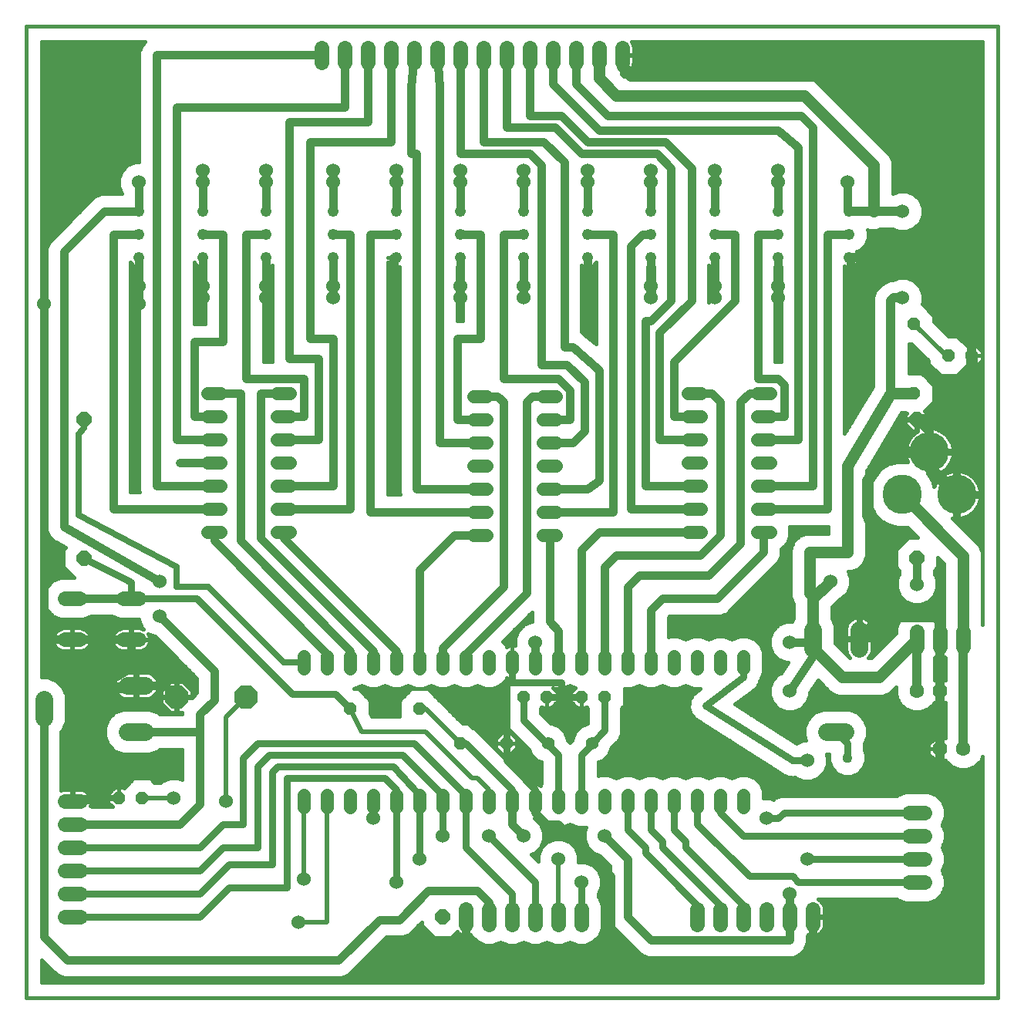
<source format=gtl>
G75*
%MOIN*%
%OFA0B0*%
%FSLAX25Y25*%
%IPPOS*%
%LPD*%
%AMOC8*
5,1,8,0,0,1.08239X$1,22.5*
%
%ADD10C,0.01600*%
%ADD11OC8,0.05600*%
%ADD12C,0.05600*%
%ADD13C,0.06400*%
%ADD14C,0.17000*%
%ADD15C,0.05600*%
%ADD16C,0.04800*%
%ADD17OC8,0.10000*%
%ADD18OC8,0.06400*%
%ADD19OC8,0.06300*%
%ADD20C,0.06300*%
%ADD21C,0.07800*%
%ADD22C,0.03000*%
%ADD23C,0.03500*%
%ADD24C,0.05000*%
%ADD25C,0.04000*%
%ADD26C,0.02500*%
%ADD27C,0.06000*%
%ADD28C,0.02000*%
%ADD29C,0.04362*%
D10*
X0001800Y0001800D02*
X0001800Y0421800D01*
X0421800Y0421800D01*
X0421800Y0001800D01*
X0001800Y0001800D01*
X0008400Y0008400D02*
X0008400Y0018273D01*
X0012899Y0013773D01*
X0015023Y0011649D01*
X0017798Y0010500D01*
X0138302Y0010500D01*
X0141077Y0011649D01*
X0157427Y0028000D01*
X0164552Y0028000D01*
X0167327Y0029149D01*
X0172800Y0034623D01*
X0172800Y0033072D01*
X0178072Y0027800D01*
X0185528Y0027800D01*
X0188028Y0030301D01*
X0188543Y0029786D01*
X0189179Y0029324D01*
X0189881Y0028966D01*
X0190629Y0028723D01*
X0191406Y0028600D01*
X0191600Y0028600D01*
X0191600Y0036600D01*
X0192000Y0036600D01*
X0192000Y0028600D01*
X0192194Y0028600D01*
X0192971Y0028723D01*
X0193719Y0028966D01*
X0193933Y0029075D01*
X0194170Y0028502D01*
X0196702Y0025970D01*
X0200010Y0024600D01*
X0203590Y0024600D01*
X0206800Y0025930D01*
X0210010Y0024600D01*
X0213590Y0024600D01*
X0216800Y0025930D01*
X0220010Y0024600D01*
X0223590Y0024600D01*
X0226800Y0025930D01*
X0230010Y0024600D01*
X0233590Y0024600D01*
X0236800Y0025930D01*
X0240010Y0024600D01*
X0243590Y0024600D01*
X0246898Y0025970D01*
X0249430Y0028502D01*
X0250800Y0031810D01*
X0250800Y0041790D01*
X0249430Y0045098D01*
X0249100Y0045428D01*
X0249100Y0046655D01*
X0249260Y0046815D01*
X0250600Y0050050D01*
X0250600Y0053550D01*
X0249260Y0056785D01*
X0246785Y0059260D01*
X0243550Y0060600D01*
X0240600Y0060600D01*
X0240600Y0063550D01*
X0239260Y0066785D01*
X0236785Y0069260D01*
X0233550Y0070600D01*
X0230050Y0070600D01*
X0226815Y0069260D01*
X0224340Y0066785D01*
X0223000Y0063550D01*
X0223000Y0060924D01*
X0220229Y0063695D01*
X0221785Y0064340D01*
X0224260Y0066815D01*
X0225600Y0070050D01*
X0225600Y0073550D01*
X0224260Y0076785D01*
X0221785Y0079260D01*
X0221447Y0079400D01*
X0221800Y0079400D01*
X0222162Y0079400D01*
X0222877Y0079513D01*
X0223566Y0079737D01*
X0224137Y0080028D01*
X0224509Y0079128D01*
X0226928Y0076709D01*
X0230089Y0075400D01*
X0233511Y0075400D01*
X0236672Y0076709D01*
X0236800Y0076838D01*
X0236928Y0076709D01*
X0240089Y0075400D01*
X0243511Y0075400D01*
X0243819Y0075528D01*
X0243000Y0073550D01*
X0243000Y0070050D01*
X0244340Y0066815D01*
X0246815Y0064340D01*
X0249833Y0063090D01*
X0254250Y0058673D01*
X0254250Y0035298D01*
X0255399Y0032523D01*
X0267523Y0020399D01*
X0270298Y0019250D01*
X0333302Y0019250D01*
X0336077Y0020399D01*
X0338201Y0022523D01*
X0339350Y0025298D01*
X0339350Y0028422D01*
X0339430Y0028502D01*
X0339667Y0029075D01*
X0339881Y0028966D01*
X0340629Y0028723D01*
X0341406Y0028600D01*
X0341600Y0028600D01*
X0341600Y0036600D01*
X0342000Y0036600D01*
X0342000Y0037000D01*
X0346800Y0037000D01*
X0346800Y0040394D01*
X0346677Y0041171D01*
X0346434Y0041919D01*
X0346076Y0042621D01*
X0345614Y0043257D01*
X0345057Y0043814D01*
X0344421Y0044276D01*
X0343982Y0044500D01*
X0378172Y0044500D01*
X0378502Y0044170D01*
X0381810Y0042800D01*
X0391790Y0042800D01*
X0395098Y0044170D01*
X0397630Y0046702D01*
X0399000Y0050010D01*
X0399000Y0053590D01*
X0397670Y0056800D01*
X0399000Y0060010D01*
X0399000Y0063590D01*
X0397670Y0066800D01*
X0399000Y0070010D01*
X0399000Y0073590D01*
X0397670Y0076800D01*
X0399000Y0080010D01*
X0399000Y0083590D01*
X0397630Y0086898D01*
X0395098Y0089430D01*
X0391790Y0090800D01*
X0381810Y0090800D01*
X0378502Y0089430D01*
X0378172Y0089100D01*
X0327848Y0089100D01*
X0325165Y0087989D01*
X0324771Y0087595D01*
X0323550Y0088100D01*
X0320400Y0088100D01*
X0320400Y0091311D01*
X0319091Y0094472D01*
X0316672Y0096891D01*
X0313511Y0098200D01*
X0310089Y0098200D01*
X0306928Y0096891D01*
X0306800Y0096762D01*
X0306672Y0096891D01*
X0303511Y0098200D01*
X0300089Y0098200D01*
X0296928Y0096891D01*
X0296800Y0096762D01*
X0296672Y0096891D01*
X0293511Y0098200D01*
X0290089Y0098200D01*
X0286928Y0096891D01*
X0286800Y0096762D01*
X0286672Y0096891D01*
X0283511Y0098200D01*
X0280089Y0098200D01*
X0276928Y0096891D01*
X0276800Y0096762D01*
X0276672Y0096891D01*
X0273511Y0098200D01*
X0270089Y0098200D01*
X0266928Y0096891D01*
X0266800Y0096762D01*
X0266672Y0096891D01*
X0263511Y0098200D01*
X0260089Y0098200D01*
X0256928Y0096891D01*
X0256800Y0096762D01*
X0256672Y0096891D01*
X0253511Y0098200D01*
X0250089Y0098200D01*
X0249100Y0097790D01*
X0249100Y0103651D01*
X0251172Y0104509D01*
X0253591Y0106928D01*
X0254891Y0110067D01*
X0255935Y0111111D01*
X0257989Y0113165D01*
X0259100Y0115848D01*
X0259100Y0126938D01*
X0260400Y0128238D01*
X0260400Y0135362D01*
X0260362Y0135400D01*
X0263511Y0135400D01*
X0266672Y0136709D01*
X0266800Y0136838D01*
X0266928Y0136709D01*
X0270089Y0135400D01*
X0273511Y0135400D01*
X0276672Y0136709D01*
X0276800Y0136838D01*
X0276928Y0136709D01*
X0280089Y0135400D01*
X0283511Y0135400D01*
X0286672Y0136709D01*
X0286800Y0136838D01*
X0286928Y0136709D01*
X0290089Y0135400D01*
X0293132Y0135400D01*
X0291221Y0133930D01*
X0290160Y0133183D01*
X0290074Y0133048D01*
X0289948Y0132951D01*
X0289300Y0131826D01*
X0288606Y0130729D01*
X0288579Y0130572D01*
X0288499Y0130434D01*
X0288331Y0129147D01*
X0288109Y0127868D01*
X0288144Y0127712D01*
X0288124Y0127554D01*
X0288461Y0126301D01*
X0288745Y0125034D01*
X0288837Y0124904D01*
X0288879Y0124750D01*
X0289670Y0123721D01*
X0290417Y0122660D01*
X0290552Y0122574D01*
X0290649Y0122448D01*
X0291774Y0121800D01*
X0328460Y0098566D01*
X0328915Y0098111D01*
X0329675Y0097796D01*
X0330371Y0097356D01*
X0331004Y0097246D01*
X0331598Y0097000D01*
X0332421Y0097000D01*
X0333232Y0096859D01*
X0333859Y0097000D01*
X0334155Y0097000D01*
X0334315Y0096840D01*
X0337550Y0095500D01*
X0341050Y0095500D01*
X0344285Y0096840D01*
X0346760Y0099315D01*
X0348100Y0102550D01*
X0348100Y0106050D01*
X0347665Y0107100D01*
X0348819Y0107100D01*
X0348819Y0103962D01*
X0350034Y0101029D01*
X0352279Y0098784D01*
X0355212Y0097569D01*
X0358388Y0097569D01*
X0361321Y0098784D01*
X0363566Y0101029D01*
X0364781Y0103962D01*
X0364781Y0107138D01*
X0364100Y0108782D01*
X0364100Y0111732D01*
X0365400Y0114871D01*
X0365400Y0118729D01*
X0363923Y0122295D01*
X0361195Y0125023D01*
X0357629Y0126500D01*
X0345971Y0126500D01*
X0342405Y0125023D01*
X0339677Y0122295D01*
X0338200Y0118729D01*
X0338200Y0114871D01*
X0338933Y0113100D01*
X0337550Y0113100D01*
X0334677Y0111910D01*
X0308277Y0128630D01*
X0315486Y0134175D01*
X0315935Y0134361D01*
X0316627Y0135053D01*
X0317402Y0135649D01*
X0317645Y0136071D01*
X0317989Y0136415D01*
X0318363Y0137318D01*
X0318851Y0138166D01*
X0318914Y0138648D01*
X0319100Y0139098D01*
X0319100Y0139151D01*
X0320400Y0142289D01*
X0320400Y0151311D01*
X0319091Y0154472D01*
X0316672Y0156891D01*
X0313511Y0158200D01*
X0310089Y0158200D01*
X0306928Y0156891D01*
X0306800Y0156762D01*
X0306672Y0156891D01*
X0303511Y0158200D01*
X0300089Y0158200D01*
X0296928Y0156891D01*
X0296800Y0156762D01*
X0296672Y0156891D01*
X0293511Y0158200D01*
X0290089Y0158200D01*
X0286928Y0156891D01*
X0286800Y0156762D01*
X0286672Y0156891D01*
X0283511Y0158200D01*
X0280089Y0158200D01*
X0279350Y0157894D01*
X0279350Y0166173D01*
X0279927Y0166750D01*
X0302052Y0166750D01*
X0304827Y0167899D01*
X0306951Y0170023D01*
X0326951Y0190023D01*
X0328100Y0192798D01*
X0328100Y0195709D01*
X0328222Y0195759D01*
X0330641Y0198178D01*
X0331950Y0201339D01*
X0331950Y0204761D01*
X0331644Y0205500D01*
X0348500Y0205500D01*
X0348500Y0202600D01*
X0338899Y0202600D01*
X0335848Y0201336D01*
X0333514Y0199002D01*
X0332250Y0195951D01*
X0332250Y0175149D01*
X0333500Y0172131D01*
X0333500Y0166009D01*
X0332813Y0164350D01*
X0330050Y0164350D01*
X0326815Y0163010D01*
X0324340Y0160535D01*
X0323000Y0157300D01*
X0323000Y0153800D01*
X0324340Y0150565D01*
X0326815Y0148090D01*
X0330050Y0146750D01*
X0331026Y0146750D01*
X0328037Y0142266D01*
X0326815Y0141760D01*
X0324340Y0139285D01*
X0323000Y0136050D01*
X0323000Y0132550D01*
X0324340Y0129315D01*
X0326815Y0126840D01*
X0330050Y0125500D01*
X0333550Y0125500D01*
X0336785Y0126840D01*
X0339260Y0129315D01*
X0340600Y0132550D01*
X0340600Y0133889D01*
X0344049Y0139063D01*
X0347264Y0135848D01*
X0349598Y0133514D01*
X0352649Y0132250D01*
X0372201Y0132250D01*
X0375252Y0133514D01*
X0377872Y0136135D01*
X0377850Y0136080D01*
X0377850Y0132520D01*
X0379213Y0129230D01*
X0381730Y0126713D01*
X0385020Y0125350D01*
X0388580Y0125350D01*
X0391870Y0126713D01*
X0394387Y0129230D01*
X0394529Y0129571D01*
X0394750Y0129350D01*
X0396800Y0129350D01*
X0398850Y0129350D01*
X0399000Y0129500D01*
X0399000Y0114100D01*
X0398850Y0114250D01*
X0396800Y0114250D01*
X0396800Y0109300D01*
X0396800Y0109300D01*
X0396800Y0104350D01*
X0398850Y0104350D01*
X0399071Y0104571D01*
X0399213Y0104230D01*
X0401730Y0101713D01*
X0405020Y0100350D01*
X0408580Y0100350D01*
X0411870Y0101713D01*
X0414387Y0104230D01*
X0415200Y0106192D01*
X0415200Y0008400D01*
X0008400Y0008400D01*
X0008400Y0009105D02*
X0415200Y0009105D01*
X0415200Y0010703D02*
X0138792Y0010703D01*
X0141729Y0012302D02*
X0415200Y0012302D01*
X0415200Y0013900D02*
X0143328Y0013900D01*
X0144926Y0015499D02*
X0415200Y0015499D01*
X0415200Y0017097D02*
X0146525Y0017097D01*
X0148123Y0018696D02*
X0415200Y0018696D01*
X0415200Y0020294D02*
X0335823Y0020294D01*
X0337570Y0021893D02*
X0415200Y0021893D01*
X0415200Y0023491D02*
X0338602Y0023491D01*
X0339264Y0025090D02*
X0415200Y0025090D01*
X0415200Y0026688D02*
X0339350Y0026688D01*
X0339350Y0028287D02*
X0415200Y0028287D01*
X0415200Y0029885D02*
X0345156Y0029885D01*
X0345057Y0029786D02*
X0345614Y0030343D01*
X0346076Y0030979D01*
X0346434Y0031681D01*
X0346677Y0032429D01*
X0346800Y0033206D01*
X0346800Y0036600D01*
X0342000Y0036600D01*
X0342000Y0028600D01*
X0342194Y0028600D01*
X0342971Y0028723D01*
X0343719Y0028966D01*
X0344421Y0029324D01*
X0345057Y0029786D01*
X0346333Y0031484D02*
X0415200Y0031484D01*
X0415200Y0033082D02*
X0346780Y0033082D01*
X0346800Y0034681D02*
X0415200Y0034681D01*
X0415200Y0036279D02*
X0346800Y0036279D01*
X0346800Y0037878D02*
X0415200Y0037878D01*
X0415200Y0039476D02*
X0346800Y0039476D01*
X0346692Y0041075D02*
X0415200Y0041075D01*
X0415200Y0042673D02*
X0346038Y0042673D01*
X0344427Y0044272D02*
X0378400Y0044272D01*
X0395200Y0044272D02*
X0415200Y0044272D01*
X0415200Y0045870D02*
X0396798Y0045870D01*
X0397948Y0047469D02*
X0415200Y0047469D01*
X0415200Y0049068D02*
X0398610Y0049068D01*
X0399000Y0050666D02*
X0415200Y0050666D01*
X0415200Y0052265D02*
X0399000Y0052265D01*
X0398887Y0053863D02*
X0415200Y0053863D01*
X0415200Y0055462D02*
X0398225Y0055462D01*
X0397778Y0057060D02*
X0415200Y0057060D01*
X0415200Y0058659D02*
X0398440Y0058659D01*
X0399000Y0060257D02*
X0415200Y0060257D01*
X0415200Y0061856D02*
X0399000Y0061856D01*
X0399000Y0063454D02*
X0415200Y0063454D01*
X0415200Y0065053D02*
X0398394Y0065053D01*
X0397732Y0066651D02*
X0415200Y0066651D01*
X0415200Y0068250D02*
X0398271Y0068250D01*
X0398933Y0069848D02*
X0415200Y0069848D01*
X0415200Y0071447D02*
X0399000Y0071447D01*
X0399000Y0073045D02*
X0415200Y0073045D01*
X0415200Y0074644D02*
X0398564Y0074644D01*
X0397902Y0076242D02*
X0415200Y0076242D01*
X0415200Y0077841D02*
X0398102Y0077841D01*
X0398764Y0079439D02*
X0415200Y0079439D01*
X0415200Y0081038D02*
X0399000Y0081038D01*
X0399000Y0082636D02*
X0415200Y0082636D01*
X0415200Y0084235D02*
X0398733Y0084235D01*
X0398071Y0085833D02*
X0415200Y0085833D01*
X0415200Y0087432D02*
X0397096Y0087432D01*
X0395498Y0089030D02*
X0415200Y0089030D01*
X0415200Y0090629D02*
X0392203Y0090629D01*
X0381397Y0090629D02*
X0320400Y0090629D01*
X0320400Y0089030D02*
X0327680Y0089030D01*
X0320020Y0092227D02*
X0415200Y0092227D01*
X0415200Y0093826D02*
X0319358Y0093826D01*
X0318138Y0095424D02*
X0415200Y0095424D01*
X0415200Y0097023D02*
X0344468Y0097023D01*
X0346066Y0098621D02*
X0352672Y0098621D01*
X0350843Y0100220D02*
X0347135Y0100220D01*
X0347797Y0101818D02*
X0349707Y0101818D01*
X0349045Y0103417D02*
X0348100Y0103417D01*
X0348100Y0105015D02*
X0348819Y0105015D01*
X0348819Y0106614D02*
X0347867Y0106614D01*
X0338309Y0114606D02*
X0330420Y0114606D01*
X0332944Y0113008D02*
X0337327Y0113008D01*
X0338200Y0116205D02*
X0327896Y0116205D01*
X0325372Y0117803D02*
X0338200Y0117803D01*
X0338479Y0119402D02*
X0322848Y0119402D01*
X0320324Y0121001D02*
X0339141Y0121001D01*
X0339981Y0122599D02*
X0317800Y0122599D01*
X0315276Y0124198D02*
X0341580Y0124198D01*
X0344271Y0125796D02*
X0334265Y0125796D01*
X0337340Y0127395D02*
X0381048Y0127395D01*
X0379450Y0128993D02*
X0338938Y0128993D01*
X0339789Y0130592D02*
X0378649Y0130592D01*
X0377987Y0132190D02*
X0340451Y0132190D01*
X0340600Y0133789D02*
X0349323Y0133789D01*
X0347725Y0135387D02*
X0341599Y0135387D01*
X0342664Y0136986D02*
X0346126Y0136986D01*
X0344528Y0138584D02*
X0343730Y0138584D01*
X0330911Y0146577D02*
X0320400Y0146577D01*
X0320400Y0148175D02*
X0326730Y0148175D01*
X0325131Y0149774D02*
X0320400Y0149774D01*
X0320374Y0151372D02*
X0324005Y0151372D01*
X0323343Y0152971D02*
X0319712Y0152971D01*
X0318993Y0154569D02*
X0323000Y0154569D01*
X0323000Y0156168D02*
X0317394Y0156168D01*
X0314558Y0157766D02*
X0323193Y0157766D01*
X0323855Y0159365D02*
X0279350Y0159365D01*
X0279350Y0160963D02*
X0324768Y0160963D01*
X0326367Y0162562D02*
X0279350Y0162562D01*
X0279350Y0164160D02*
X0329592Y0164160D01*
X0333396Y0165759D02*
X0279350Y0165759D01*
X0284558Y0157766D02*
X0289042Y0157766D01*
X0294558Y0157766D02*
X0299042Y0157766D01*
X0304558Y0157766D02*
X0309042Y0157766D01*
X0303518Y0167357D02*
X0333500Y0167357D01*
X0333500Y0168956D02*
X0305883Y0168956D01*
X0307482Y0170554D02*
X0333500Y0170554D01*
X0333491Y0172153D02*
X0309080Y0172153D01*
X0310679Y0173751D02*
X0332829Y0173751D01*
X0332250Y0175350D02*
X0312277Y0175350D01*
X0313876Y0176948D02*
X0332250Y0176948D01*
X0332250Y0178547D02*
X0315474Y0178547D01*
X0317073Y0180145D02*
X0332250Y0180145D01*
X0332250Y0181744D02*
X0318671Y0181744D01*
X0320270Y0183342D02*
X0332250Y0183342D01*
X0332250Y0184941D02*
X0321868Y0184941D01*
X0323467Y0186539D02*
X0332250Y0186539D01*
X0332250Y0188138D02*
X0325065Y0188138D01*
X0326664Y0189737D02*
X0332250Y0189737D01*
X0332250Y0191335D02*
X0327494Y0191335D01*
X0328100Y0192934D02*
X0332250Y0192934D01*
X0332250Y0194532D02*
X0328100Y0194532D01*
X0328593Y0196131D02*
X0332324Y0196131D01*
X0332987Y0197729D02*
X0330191Y0197729D01*
X0331117Y0199328D02*
X0333840Y0199328D01*
X0335438Y0200926D02*
X0331779Y0200926D01*
X0331950Y0202525D02*
X0338717Y0202525D01*
X0331950Y0204123D02*
X0348500Y0204123D01*
X0365100Y0192649D02*
X0363836Y0189598D01*
X0361502Y0187264D01*
X0358451Y0186000D01*
X0357085Y0186000D01*
X0358100Y0183550D01*
X0358100Y0180050D01*
X0356760Y0176815D01*
X0354285Y0174340D01*
X0353078Y0173840D01*
X0350100Y0170862D01*
X0350100Y0166009D01*
X0351500Y0162629D01*
X0351500Y0155088D01*
X0357738Y0148850D01*
X0357789Y0148850D01*
X0357452Y0149187D01*
X0356925Y0149913D01*
X0356518Y0150712D01*
X0356240Y0151565D01*
X0356100Y0152451D01*
X0356100Y0156300D01*
X0361300Y0156300D01*
X0361300Y0157300D01*
X0361300Y0166392D01*
X0360465Y0166260D01*
X0359612Y0165982D01*
X0358813Y0165575D01*
X0358087Y0165048D01*
X0357452Y0164413D01*
X0356925Y0163687D01*
X0356518Y0162888D01*
X0356240Y0162035D01*
X0356100Y0161149D01*
X0356100Y0157300D01*
X0361300Y0157300D01*
X0362300Y0157300D01*
X0362300Y0166392D01*
X0363135Y0166260D01*
X0363988Y0165982D01*
X0364787Y0165575D01*
X0365513Y0165048D01*
X0366148Y0164413D01*
X0366675Y0163687D01*
X0367082Y0162888D01*
X0367360Y0162035D01*
X0367500Y0161149D01*
X0367500Y0157300D01*
X0362300Y0157300D01*
X0362300Y0156300D01*
X0367500Y0156300D01*
X0367500Y0152451D01*
X0367360Y0151565D01*
X0367082Y0150712D01*
X0366675Y0149913D01*
X0366148Y0149187D01*
X0365811Y0148850D01*
X0367112Y0148850D01*
X0377800Y0159538D01*
X0377800Y0161790D01*
X0379170Y0165098D01*
X0381702Y0167630D01*
X0385010Y0169000D01*
X0388590Y0169000D01*
X0391898Y0167630D01*
X0394430Y0165098D01*
X0394667Y0164525D01*
X0394881Y0164634D01*
X0395629Y0164877D01*
X0396406Y0165000D01*
X0396600Y0165000D01*
X0396600Y0157000D01*
X0397000Y0157000D01*
X0397000Y0165000D01*
X0397194Y0165000D01*
X0397971Y0164877D01*
X0398500Y0164705D01*
X0398500Y0189425D01*
X0395800Y0192125D01*
X0395800Y0188072D01*
X0394350Y0186622D01*
X0394350Y0185318D01*
X0395600Y0182300D01*
X0395600Y0178800D01*
X0394260Y0175565D01*
X0391785Y0173090D01*
X0388550Y0171750D01*
X0385050Y0171750D01*
X0381815Y0173090D01*
X0379340Y0175565D01*
X0378000Y0178800D01*
X0378000Y0182300D01*
X0379250Y0185318D01*
X0379250Y0186622D01*
X0377800Y0188072D01*
X0377800Y0195528D01*
X0383072Y0200800D01*
X0387125Y0200800D01*
X0382781Y0205144D01*
X0382246Y0205000D01*
X0378480Y0205000D01*
X0374843Y0205975D01*
X0371583Y0207857D01*
X0368920Y0210520D01*
X0367038Y0213780D01*
X0366063Y0217417D01*
X0366063Y0221183D01*
X0367038Y0224820D01*
X0368920Y0228080D01*
X0371583Y0230743D01*
X0374843Y0232625D01*
X0378480Y0233600D01*
X0382246Y0233600D01*
X0382844Y0233440D01*
X0382643Y0233856D01*
X0382261Y0234948D01*
X0382004Y0236076D01*
X0381899Y0237004D01*
X0391374Y0237004D01*
X0391374Y0238604D01*
X0391374Y0248079D01*
X0390446Y0247974D01*
X0389927Y0247856D01*
X0391800Y0249729D01*
X0391800Y0251600D01*
X0387000Y0251600D01*
X0387000Y0252000D01*
X0391800Y0252000D01*
X0391800Y0253871D01*
X0390167Y0255504D01*
X0394150Y0259488D01*
X0394150Y0266612D01*
X0389112Y0271650D01*
X0383350Y0271650D01*
X0383350Y0284450D01*
X0384533Y0284450D01*
X0391950Y0277033D01*
X0391950Y0275738D01*
X0396988Y0270700D01*
X0404112Y0270700D01*
X0408378Y0274966D01*
X0408645Y0274700D01*
X0410550Y0274700D01*
X0412455Y0274700D01*
X0415150Y0277395D01*
X0415150Y0279300D01*
X0415150Y0281205D01*
X0412455Y0283900D01*
X0410550Y0283900D01*
X0410550Y0279300D01*
X0410550Y0279300D01*
X0415150Y0279300D01*
X0410550Y0279300D01*
X0410550Y0279300D01*
X0410550Y0283900D01*
X0408645Y0283900D01*
X0408378Y0283634D01*
X0404112Y0287900D01*
X0400317Y0287900D01*
X0394150Y0294067D01*
X0394150Y0296612D01*
X0389112Y0301650D01*
X0388977Y0301650D01*
X0389350Y0302550D01*
X0389350Y0306050D01*
X0388010Y0309285D01*
X0385535Y0311760D01*
X0382300Y0313100D01*
X0378800Y0313100D01*
X0376385Y0312100D01*
X0375248Y0312100D01*
X0372382Y0310913D01*
X0371132Y0309663D01*
X0368937Y0307468D01*
X0367750Y0304602D01*
X0367750Y0266182D01*
X0355600Y0245932D01*
X0355600Y0318080D01*
X0355938Y0317908D01*
X0356566Y0317703D01*
X0357219Y0317600D01*
X0357550Y0317600D01*
X0357881Y0317600D01*
X0358534Y0317703D01*
X0359162Y0317908D01*
X0359751Y0318208D01*
X0360286Y0318596D01*
X0360754Y0319064D01*
X0361142Y0319599D01*
X0361442Y0320188D01*
X0361647Y0320816D01*
X0361750Y0321469D01*
X0361750Y0321800D01*
X0361750Y0322131D01*
X0361647Y0322784D01*
X0361442Y0323412D01*
X0361142Y0324001D01*
X0360913Y0324317D01*
X0362195Y0324848D01*
X0364502Y0327155D01*
X0365750Y0330169D01*
X0365750Y0333431D01*
X0365581Y0333839D01*
X0366399Y0333500D01*
X0369701Y0333500D01*
X0370908Y0334000D01*
X0376385Y0334000D01*
X0378800Y0333000D01*
X0382300Y0333000D01*
X0385535Y0334340D01*
X0388010Y0336815D01*
X0389350Y0340050D01*
X0389350Y0343550D01*
X0388010Y0346785D01*
X0385535Y0349260D01*
X0382300Y0350600D01*
X0378800Y0350600D01*
X0376385Y0349600D01*
X0376350Y0349600D01*
X0376350Y0363451D01*
X0375086Y0366502D01*
X0372752Y0368836D01*
X0342752Y0398836D01*
X0339701Y0400100D01*
X0260238Y0400100D01*
X0259100Y0401238D01*
X0259100Y0409100D01*
X0259500Y0409100D01*
X0259500Y0409500D01*
X0264300Y0409500D01*
X0264300Y0412894D01*
X0264177Y0413671D01*
X0263934Y0414419D01*
X0263576Y0415121D01*
X0263519Y0415200D01*
X0415200Y0415200D01*
X0415200Y0163239D01*
X0415100Y0163480D01*
X0415100Y0194514D01*
X0413836Y0197565D01*
X0411502Y0199899D01*
X0402273Y0209128D01*
X0403185Y0209025D01*
X0403185Y0218500D01*
X0404785Y0218500D01*
X0404785Y0209025D01*
X0405713Y0209130D01*
X0406841Y0209387D01*
X0407933Y0209769D01*
X0408975Y0210271D01*
X0409955Y0210886D01*
X0410859Y0211608D01*
X0411677Y0212426D01*
X0412399Y0213330D01*
X0413014Y0214310D01*
X0413516Y0215352D01*
X0413898Y0216444D01*
X0414155Y0217572D01*
X0414260Y0218500D01*
X0404785Y0218500D01*
X0404785Y0220100D01*
X0403185Y0220100D01*
X0403185Y0229575D01*
X0402257Y0229470D01*
X0401129Y0229213D01*
X0400037Y0228831D01*
X0398995Y0228329D01*
X0398015Y0227714D01*
X0397111Y0226992D01*
X0396293Y0226174D01*
X0395572Y0225270D01*
X0394956Y0224290D01*
X0394454Y0223248D01*
X0394259Y0222690D01*
X0393688Y0224820D01*
X0391806Y0228080D01*
X0391374Y0228512D01*
X0391374Y0237004D01*
X0392974Y0237004D01*
X0392974Y0238604D01*
X0391374Y0238604D01*
X0381899Y0238604D01*
X0382004Y0239532D01*
X0382261Y0240660D01*
X0382643Y0241752D01*
X0383145Y0242794D01*
X0383760Y0243774D01*
X0384482Y0244678D01*
X0385300Y0245496D01*
X0386204Y0246217D01*
X0387131Y0246800D01*
X0387000Y0246800D01*
X0387000Y0251600D01*
X0386600Y0251600D01*
X0386600Y0246800D01*
X0384729Y0246800D01*
X0381800Y0249729D01*
X0381800Y0251600D01*
X0386600Y0251600D01*
X0386600Y0252000D01*
X0381800Y0252000D01*
X0381800Y0253871D01*
X0382379Y0254450D01*
X0381988Y0254450D01*
X0381688Y0254750D01*
X0380249Y0254750D01*
X0365100Y0229501D01*
X0365100Y0192649D01*
X0365100Y0192934D02*
X0377800Y0192934D01*
X0377800Y0194532D02*
X0365100Y0194532D01*
X0365100Y0196131D02*
X0378403Y0196131D01*
X0380001Y0197729D02*
X0365100Y0197729D01*
X0365100Y0199328D02*
X0381600Y0199328D01*
X0385400Y0202525D02*
X0365100Y0202525D01*
X0365100Y0204123D02*
X0383802Y0204123D01*
X0386999Y0200926D02*
X0365100Y0200926D01*
X0365100Y0205722D02*
X0375787Y0205722D01*
X0372513Y0207320D02*
X0365100Y0207320D01*
X0365100Y0208919D02*
X0370521Y0208919D01*
X0368923Y0210517D02*
X0365100Y0210517D01*
X0365100Y0212116D02*
X0367999Y0212116D01*
X0367076Y0213714D02*
X0365100Y0213714D01*
X0365100Y0215313D02*
X0366627Y0215313D01*
X0366199Y0216911D02*
X0365100Y0216911D01*
X0365100Y0218510D02*
X0366063Y0218510D01*
X0366063Y0220108D02*
X0365100Y0220108D01*
X0365100Y0221707D02*
X0366203Y0221707D01*
X0366632Y0223305D02*
X0365100Y0223305D01*
X0365100Y0224904D02*
X0367086Y0224904D01*
X0368009Y0226502D02*
X0365100Y0226502D01*
X0365100Y0228101D02*
X0368941Y0228101D01*
X0370539Y0229699D02*
X0365219Y0229699D01*
X0366178Y0231298D02*
X0372544Y0231298D01*
X0375854Y0232896D02*
X0367137Y0232896D01*
X0368096Y0234495D02*
X0382420Y0234495D01*
X0382002Y0236093D02*
X0369055Y0236093D01*
X0370014Y0237692D02*
X0391374Y0237692D01*
X0391374Y0239290D02*
X0392974Y0239290D01*
X0392974Y0238604D02*
X0392974Y0248079D01*
X0393902Y0247974D01*
X0395030Y0247717D01*
X0396122Y0247335D01*
X0397164Y0246833D01*
X0398144Y0246217D01*
X0399048Y0245496D01*
X0399866Y0244678D01*
X0400588Y0243774D01*
X0401203Y0242794D01*
X0401705Y0241752D01*
X0402087Y0240660D01*
X0402344Y0239532D01*
X0402449Y0238604D01*
X0392974Y0238604D01*
X0392974Y0237692D02*
X0415200Y0237692D01*
X0415200Y0239290D02*
X0402372Y0239290D01*
X0402007Y0240889D02*
X0415200Y0240889D01*
X0415200Y0242487D02*
X0401351Y0242487D01*
X0400339Y0244086D02*
X0415200Y0244086D01*
X0415200Y0245684D02*
X0398812Y0245684D01*
X0396230Y0247283D02*
X0415200Y0247283D01*
X0415200Y0248881D02*
X0390952Y0248881D01*
X0391374Y0247283D02*
X0392974Y0247283D01*
X0392974Y0245684D02*
X0391374Y0245684D01*
X0391374Y0244086D02*
X0392974Y0244086D01*
X0392974Y0242487D02*
X0391374Y0242487D01*
X0391374Y0240889D02*
X0392974Y0240889D01*
X0392974Y0237004D02*
X0402449Y0237004D01*
X0402344Y0236076D01*
X0402087Y0234948D01*
X0401705Y0233856D01*
X0401203Y0232814D01*
X0400588Y0231834D01*
X0399866Y0230930D01*
X0399048Y0230112D01*
X0398144Y0229390D01*
X0397164Y0228775D01*
X0396122Y0228273D01*
X0395030Y0227891D01*
X0393902Y0227633D01*
X0392974Y0227529D01*
X0392974Y0237004D01*
X0392974Y0236093D02*
X0391374Y0236093D01*
X0391374Y0234495D02*
X0392974Y0234495D01*
X0392974Y0232896D02*
X0391374Y0232896D01*
X0391374Y0231298D02*
X0392974Y0231298D01*
X0392974Y0229699D02*
X0391374Y0229699D01*
X0391785Y0228101D02*
X0392974Y0228101D01*
X0392717Y0226502D02*
X0396621Y0226502D01*
X0395630Y0228101D02*
X0398632Y0228101D01*
X0398531Y0229699D02*
X0415200Y0229699D01*
X0415200Y0228101D02*
X0409338Y0228101D01*
X0408975Y0228329D02*
X0407933Y0228831D01*
X0406841Y0229213D01*
X0405713Y0229470D01*
X0404785Y0229575D01*
X0404785Y0220100D01*
X0414260Y0220100D01*
X0414155Y0221028D01*
X0413898Y0222156D01*
X0413516Y0223248D01*
X0413014Y0224290D01*
X0412399Y0225270D01*
X0411677Y0226174D01*
X0410859Y0226992D01*
X0409955Y0227714D01*
X0408975Y0228329D01*
X0411349Y0226502D02*
X0415200Y0226502D01*
X0415200Y0224904D02*
X0412628Y0224904D01*
X0413488Y0223305D02*
X0415200Y0223305D01*
X0415200Y0221707D02*
X0414001Y0221707D01*
X0414259Y0220108D02*
X0415200Y0220108D01*
X0415200Y0218510D02*
X0404785Y0218510D01*
X0404785Y0220108D02*
X0403185Y0220108D01*
X0403185Y0221707D02*
X0404785Y0221707D01*
X0404785Y0223305D02*
X0403185Y0223305D01*
X0403185Y0224904D02*
X0404785Y0224904D01*
X0404785Y0226502D02*
X0403185Y0226502D01*
X0403185Y0228101D02*
X0404785Y0228101D01*
X0400160Y0231298D02*
X0415200Y0231298D01*
X0415200Y0232896D02*
X0401243Y0232896D01*
X0401928Y0234495D02*
X0415200Y0234495D01*
X0415200Y0236093D02*
X0402346Y0236093D01*
X0395342Y0224904D02*
X0393640Y0224904D01*
X0394094Y0223305D02*
X0394482Y0223305D01*
X0403185Y0216911D02*
X0404785Y0216911D01*
X0404785Y0215313D02*
X0403185Y0215313D01*
X0403185Y0213714D02*
X0404785Y0213714D01*
X0404785Y0212116D02*
X0403185Y0212116D01*
X0403185Y0210517D02*
X0404785Y0210517D01*
X0402482Y0208919D02*
X0415200Y0208919D01*
X0415200Y0210517D02*
X0409367Y0210517D01*
X0411367Y0212116D02*
X0415200Y0212116D01*
X0415200Y0213714D02*
X0412640Y0213714D01*
X0413497Y0215313D02*
X0415200Y0215313D01*
X0415200Y0216911D02*
X0414005Y0216911D01*
X0415200Y0207320D02*
X0404081Y0207320D01*
X0405679Y0205722D02*
X0415200Y0205722D01*
X0415200Y0204123D02*
X0407278Y0204123D01*
X0408876Y0202525D02*
X0415200Y0202525D01*
X0415200Y0200926D02*
X0410475Y0200926D01*
X0412073Y0199328D02*
X0415200Y0199328D01*
X0415200Y0197729D02*
X0413672Y0197729D01*
X0414430Y0196131D02*
X0415200Y0196131D01*
X0415200Y0194532D02*
X0415093Y0194532D01*
X0415100Y0192934D02*
X0415200Y0192934D01*
X0415200Y0191335D02*
X0415100Y0191335D01*
X0415100Y0189737D02*
X0415200Y0189737D01*
X0415200Y0188138D02*
X0415100Y0188138D01*
X0415100Y0186539D02*
X0415200Y0186539D01*
X0415200Y0184941D02*
X0415100Y0184941D01*
X0415100Y0183342D02*
X0415200Y0183342D01*
X0415200Y0181744D02*
X0415100Y0181744D01*
X0415100Y0180145D02*
X0415200Y0180145D01*
X0415200Y0178547D02*
X0415100Y0178547D01*
X0415100Y0176948D02*
X0415200Y0176948D01*
X0415200Y0175350D02*
X0415100Y0175350D01*
X0415100Y0173751D02*
X0415200Y0173751D01*
X0415200Y0172153D02*
X0415100Y0172153D01*
X0415100Y0170554D02*
X0415200Y0170554D01*
X0415200Y0168956D02*
X0415100Y0168956D01*
X0415100Y0167357D02*
X0415200Y0167357D01*
X0415200Y0165759D02*
X0415100Y0165759D01*
X0415100Y0164160D02*
X0415200Y0164160D01*
X0398500Y0165759D02*
X0393769Y0165759D01*
X0392171Y0167357D02*
X0398500Y0167357D01*
X0398500Y0168956D02*
X0388697Y0168956D01*
X0389523Y0172153D02*
X0398500Y0172153D01*
X0398500Y0173751D02*
X0392446Y0173751D01*
X0394045Y0175350D02*
X0398500Y0175350D01*
X0398500Y0176948D02*
X0394833Y0176948D01*
X0395495Y0178547D02*
X0398500Y0178547D01*
X0398500Y0180145D02*
X0395600Y0180145D01*
X0395600Y0181744D02*
X0398500Y0181744D01*
X0398500Y0183342D02*
X0395168Y0183342D01*
X0394506Y0184941D02*
X0398500Y0184941D01*
X0398500Y0186539D02*
X0394350Y0186539D01*
X0395800Y0188138D02*
X0398500Y0188138D01*
X0398189Y0189737D02*
X0395800Y0189737D01*
X0395800Y0191335D02*
X0396590Y0191335D01*
X0379250Y0186539D02*
X0359753Y0186539D01*
X0357524Y0184941D02*
X0379094Y0184941D01*
X0378432Y0183342D02*
X0358100Y0183342D01*
X0358100Y0181744D02*
X0378000Y0181744D01*
X0378000Y0180145D02*
X0358100Y0180145D01*
X0357478Y0178547D02*
X0378105Y0178547D01*
X0378767Y0176948D02*
X0356815Y0176948D01*
X0355295Y0175350D02*
X0379555Y0175350D01*
X0381154Y0173751D02*
X0352989Y0173751D01*
X0351391Y0172153D02*
X0384077Y0172153D01*
X0384903Y0168956D02*
X0350100Y0168956D01*
X0350100Y0170554D02*
X0398500Y0170554D01*
X0397000Y0164160D02*
X0396600Y0164160D01*
X0396600Y0162562D02*
X0397000Y0162562D01*
X0397000Y0160963D02*
X0396600Y0160963D01*
X0396600Y0159365D02*
X0397000Y0159365D01*
X0397000Y0157766D02*
X0396600Y0157766D01*
X0396600Y0156600D02*
X0397000Y0156600D01*
X0397000Y0148600D01*
X0397194Y0148600D01*
X0397971Y0148723D01*
X0398719Y0148966D01*
X0398933Y0149075D01*
X0399000Y0148913D01*
X0399000Y0139100D01*
X0398850Y0139250D01*
X0396800Y0139250D01*
X0396800Y0134300D01*
X0396800Y0134300D01*
X0396800Y0129350D01*
X0396800Y0134300D01*
X0396800Y0134300D01*
X0396800Y0139250D01*
X0394750Y0139250D01*
X0394600Y0139100D01*
X0394600Y0148913D01*
X0394667Y0149075D01*
X0394881Y0148966D01*
X0395629Y0148723D01*
X0396406Y0148600D01*
X0396600Y0148600D01*
X0396600Y0156600D01*
X0396600Y0156168D02*
X0397000Y0156168D01*
X0397000Y0154569D02*
X0396600Y0154569D01*
X0396600Y0152971D02*
X0397000Y0152971D01*
X0397000Y0151372D02*
X0396600Y0151372D01*
X0396600Y0149774D02*
X0397000Y0149774D01*
X0399000Y0148175D02*
X0394600Y0148175D01*
X0394600Y0146577D02*
X0399000Y0146577D01*
X0399000Y0144978D02*
X0394600Y0144978D01*
X0394600Y0143380D02*
X0399000Y0143380D01*
X0399000Y0141781D02*
X0394600Y0141781D01*
X0394600Y0140183D02*
X0399000Y0140183D01*
X0396800Y0138584D02*
X0396800Y0138584D01*
X0396800Y0136986D02*
X0396800Y0136986D01*
X0396800Y0135387D02*
X0396800Y0135387D01*
X0396800Y0133789D02*
X0396800Y0133789D01*
X0396800Y0132190D02*
X0396800Y0132190D01*
X0396800Y0130592D02*
X0396800Y0130592D01*
X0399000Y0128993D02*
X0394150Y0128993D01*
X0392552Y0127395D02*
X0399000Y0127395D01*
X0399000Y0125796D02*
X0389657Y0125796D01*
X0383943Y0125796D02*
X0359329Y0125796D01*
X0362020Y0124198D02*
X0399000Y0124198D01*
X0399000Y0122599D02*
X0363619Y0122599D01*
X0364459Y0121001D02*
X0399000Y0121001D01*
X0399000Y0119402D02*
X0365121Y0119402D01*
X0365400Y0117803D02*
X0399000Y0117803D01*
X0399000Y0116205D02*
X0365400Y0116205D01*
X0365291Y0114606D02*
X0399000Y0114606D01*
X0396800Y0114250D02*
X0394750Y0114250D01*
X0391850Y0111350D01*
X0391850Y0109300D01*
X0396800Y0109300D01*
X0396800Y0109300D01*
X0396800Y0109300D01*
X0396800Y0114250D01*
X0396800Y0113008D02*
X0396800Y0113008D01*
X0396800Y0111409D02*
X0396800Y0111409D01*
X0396800Y0109811D02*
X0396800Y0109811D01*
X0396800Y0109300D02*
X0391850Y0109300D01*
X0391850Y0107250D01*
X0394750Y0104350D01*
X0396800Y0104350D01*
X0396800Y0109300D01*
X0396800Y0108212D02*
X0396800Y0108212D01*
X0396800Y0106614D02*
X0396800Y0106614D01*
X0396800Y0105015D02*
X0396800Y0105015D01*
X0394084Y0105015D02*
X0364781Y0105015D01*
X0364781Y0106614D02*
X0392486Y0106614D01*
X0391850Y0108212D02*
X0364336Y0108212D01*
X0364100Y0109811D02*
X0391850Y0109811D01*
X0391909Y0111409D02*
X0364100Y0111409D01*
X0364628Y0113008D02*
X0393508Y0113008D01*
X0400026Y0103417D02*
X0364555Y0103417D01*
X0363893Y0101818D02*
X0401624Y0101818D01*
X0411976Y0101818D02*
X0415200Y0101818D01*
X0415200Y0100220D02*
X0362757Y0100220D01*
X0360928Y0098621D02*
X0415200Y0098621D01*
X0415200Y0103417D02*
X0413574Y0103417D01*
X0414713Y0105015D02*
X0415200Y0105015D01*
X0377850Y0133789D02*
X0375527Y0133789D01*
X0377125Y0135387D02*
X0377850Y0135387D01*
X0368036Y0149774D02*
X0366574Y0149774D01*
X0367297Y0151372D02*
X0369634Y0151372D01*
X0371233Y0152971D02*
X0367500Y0152971D01*
X0367500Y0154569D02*
X0372831Y0154569D01*
X0374430Y0156168D02*
X0367500Y0156168D01*
X0367500Y0157766D02*
X0376028Y0157766D01*
X0377627Y0159365D02*
X0367500Y0159365D01*
X0367500Y0160963D02*
X0377800Y0160963D01*
X0378120Y0162562D02*
X0367188Y0162562D01*
X0366332Y0164160D02*
X0378782Y0164160D01*
X0379831Y0165759D02*
X0364427Y0165759D01*
X0362300Y0165759D02*
X0361300Y0165759D01*
X0361300Y0164160D02*
X0362300Y0164160D01*
X0362300Y0162562D02*
X0361300Y0162562D01*
X0361300Y0160963D02*
X0362300Y0160963D01*
X0362300Y0159365D02*
X0361300Y0159365D01*
X0361300Y0157766D02*
X0362300Y0157766D01*
X0356100Y0157766D02*
X0351500Y0157766D01*
X0351500Y0156168D02*
X0356100Y0156168D01*
X0356100Y0154569D02*
X0352019Y0154569D01*
X0353617Y0152971D02*
X0356100Y0152971D01*
X0356303Y0151372D02*
X0355216Y0151372D01*
X0356814Y0149774D02*
X0357026Y0149774D01*
X0356100Y0159365D02*
X0351500Y0159365D01*
X0351500Y0160963D02*
X0356100Y0160963D01*
X0356412Y0162562D02*
X0351500Y0162562D01*
X0350866Y0164160D02*
X0357268Y0164160D01*
X0359173Y0165759D02*
X0350204Y0165759D01*
X0350100Y0167357D02*
X0381429Y0167357D01*
X0377800Y0188138D02*
X0362376Y0188138D01*
X0363894Y0189737D02*
X0377800Y0189737D01*
X0377800Y0191335D02*
X0364556Y0191335D01*
X0370974Y0239290D02*
X0381976Y0239290D01*
X0382341Y0240889D02*
X0371933Y0240889D01*
X0372892Y0242487D02*
X0382997Y0242487D01*
X0384010Y0244086D02*
X0373851Y0244086D01*
X0374810Y0245684D02*
X0385536Y0245684D01*
X0386600Y0247283D02*
X0387000Y0247283D01*
X0387000Y0248881D02*
X0386600Y0248881D01*
X0386600Y0250480D02*
X0387000Y0250480D01*
X0384246Y0247283D02*
X0375769Y0247283D01*
X0376728Y0248881D02*
X0382648Y0248881D01*
X0381800Y0250480D02*
X0377687Y0250480D01*
X0378646Y0252078D02*
X0381800Y0252078D01*
X0381800Y0253677D02*
X0379606Y0253677D01*
X0390396Y0255275D02*
X0415200Y0255275D01*
X0415200Y0253677D02*
X0391800Y0253677D01*
X0391800Y0252078D02*
X0415200Y0252078D01*
X0415200Y0250480D02*
X0391800Y0250480D01*
X0391536Y0256874D02*
X0415200Y0256874D01*
X0415200Y0258472D02*
X0393135Y0258472D01*
X0394150Y0260071D02*
X0415200Y0260071D01*
X0415200Y0261670D02*
X0394150Y0261670D01*
X0394150Y0263268D02*
X0415200Y0263268D01*
X0415200Y0264867D02*
X0394150Y0264867D01*
X0394150Y0266465D02*
X0415200Y0266465D01*
X0415200Y0268064D02*
X0392699Y0268064D01*
X0391100Y0269662D02*
X0415200Y0269662D01*
X0415200Y0271261D02*
X0404673Y0271261D01*
X0406271Y0272859D02*
X0415200Y0272859D01*
X0415200Y0274458D02*
X0407870Y0274458D01*
X0410550Y0274700D02*
X0410550Y0279300D01*
X0410550Y0274700D01*
X0410550Y0276056D02*
X0410550Y0276056D01*
X0410550Y0277655D02*
X0410550Y0277655D01*
X0410550Y0279253D02*
X0410550Y0279253D01*
X0410550Y0279300D02*
X0410550Y0279300D01*
X0410550Y0280852D02*
X0410550Y0280852D01*
X0410550Y0282450D02*
X0410550Y0282450D01*
X0407964Y0284049D02*
X0415200Y0284049D01*
X0415200Y0285647D02*
X0406365Y0285647D01*
X0404767Y0287246D02*
X0415200Y0287246D01*
X0415200Y0288844D02*
X0399372Y0288844D01*
X0397774Y0290443D02*
X0415200Y0290443D01*
X0415200Y0292041D02*
X0396175Y0292041D01*
X0394577Y0293640D02*
X0415200Y0293640D01*
X0415200Y0295238D02*
X0394150Y0295238D01*
X0393925Y0296837D02*
X0415200Y0296837D01*
X0415200Y0298435D02*
X0392327Y0298435D01*
X0390728Y0300034D02*
X0415200Y0300034D01*
X0415200Y0301632D02*
X0389130Y0301632D01*
X0389350Y0303231D02*
X0415200Y0303231D01*
X0415200Y0304829D02*
X0389350Y0304829D01*
X0389194Y0306428D02*
X0415200Y0306428D01*
X0415200Y0308026D02*
X0388532Y0308026D01*
X0387670Y0309625D02*
X0415200Y0309625D01*
X0415200Y0311223D02*
X0386072Y0311223D01*
X0382972Y0312822D02*
X0415200Y0312822D01*
X0415200Y0314420D02*
X0355600Y0314420D01*
X0355600Y0312822D02*
X0378128Y0312822D01*
X0373132Y0311223D02*
X0355600Y0311223D01*
X0355600Y0309625D02*
X0371094Y0309625D01*
X0369495Y0308026D02*
X0355600Y0308026D01*
X0355600Y0306428D02*
X0368506Y0306428D01*
X0367844Y0304829D02*
X0355600Y0304829D01*
X0355600Y0303231D02*
X0367750Y0303231D01*
X0367750Y0301632D02*
X0355600Y0301632D01*
X0355600Y0300034D02*
X0367750Y0300034D01*
X0367750Y0298435D02*
X0355600Y0298435D01*
X0355600Y0296837D02*
X0367750Y0296837D01*
X0367750Y0295238D02*
X0355600Y0295238D01*
X0355600Y0293640D02*
X0367750Y0293640D01*
X0367750Y0292041D02*
X0355600Y0292041D01*
X0355600Y0290443D02*
X0367750Y0290443D01*
X0367750Y0288844D02*
X0355600Y0288844D01*
X0355600Y0287246D02*
X0367750Y0287246D01*
X0367750Y0285647D02*
X0355600Y0285647D01*
X0355600Y0284049D02*
X0367750Y0284049D01*
X0367750Y0282450D02*
X0355600Y0282450D01*
X0355600Y0280852D02*
X0367750Y0280852D01*
X0367750Y0279253D02*
X0355600Y0279253D01*
X0355600Y0277655D02*
X0367750Y0277655D01*
X0367750Y0276056D02*
X0355600Y0276056D01*
X0355600Y0274458D02*
X0367750Y0274458D01*
X0367750Y0272859D02*
X0355600Y0272859D01*
X0355600Y0271261D02*
X0367750Y0271261D01*
X0367750Y0269662D02*
X0355600Y0269662D01*
X0355600Y0268064D02*
X0367750Y0268064D01*
X0367750Y0266465D02*
X0355600Y0266465D01*
X0355600Y0264867D02*
X0366961Y0264867D01*
X0366001Y0263268D02*
X0355600Y0263268D01*
X0355600Y0261670D02*
X0365042Y0261670D01*
X0364083Y0260071D02*
X0355600Y0260071D01*
X0355600Y0258472D02*
X0363124Y0258472D01*
X0362165Y0256874D02*
X0355600Y0256874D01*
X0355600Y0255275D02*
X0361206Y0255275D01*
X0360247Y0253677D02*
X0355600Y0253677D01*
X0355600Y0252078D02*
X0359288Y0252078D01*
X0358329Y0250480D02*
X0355600Y0250480D01*
X0355600Y0248881D02*
X0357369Y0248881D01*
X0356410Y0247283D02*
X0355600Y0247283D01*
X0328000Y0276850D02*
X0325600Y0276850D01*
X0325600Y0317774D01*
X0325816Y0317703D01*
X0326469Y0317600D01*
X0326800Y0317600D01*
X0327131Y0317600D01*
X0327784Y0317703D01*
X0328000Y0317774D01*
X0328000Y0276850D01*
X0328000Y0277655D02*
X0325600Y0277655D01*
X0325600Y0279253D02*
X0328000Y0279253D01*
X0328000Y0280852D02*
X0325600Y0280852D01*
X0325600Y0282450D02*
X0328000Y0282450D01*
X0328000Y0284049D02*
X0325600Y0284049D01*
X0325600Y0285647D02*
X0328000Y0285647D01*
X0328000Y0287246D02*
X0325600Y0287246D01*
X0325600Y0288844D02*
X0328000Y0288844D01*
X0328000Y0290443D02*
X0325600Y0290443D01*
X0325600Y0292041D02*
X0328000Y0292041D01*
X0328000Y0293640D02*
X0325600Y0293640D01*
X0325600Y0295238D02*
X0328000Y0295238D01*
X0328000Y0296837D02*
X0325600Y0296837D01*
X0325600Y0298435D02*
X0328000Y0298435D01*
X0328000Y0300034D02*
X0325600Y0300034D01*
X0325600Y0301632D02*
X0328000Y0301632D01*
X0328000Y0303231D02*
X0325600Y0303231D01*
X0325600Y0304829D02*
X0328000Y0304829D01*
X0328000Y0306428D02*
X0325600Y0306428D01*
X0325600Y0308026D02*
X0328000Y0308026D01*
X0328000Y0309625D02*
X0325600Y0309625D01*
X0325600Y0311223D02*
X0328000Y0311223D01*
X0328000Y0312822D02*
X0325600Y0312822D01*
X0325600Y0314420D02*
X0328000Y0314420D01*
X0328000Y0316019D02*
X0325600Y0316019D01*
X0325600Y0317617D02*
X0326360Y0317617D01*
X0326800Y0317617D02*
X0326800Y0317617D01*
X0326800Y0317600D02*
X0326800Y0321800D01*
X0326800Y0321800D01*
X0326800Y0317600D01*
X0327240Y0317617D02*
X0328000Y0317617D01*
X0326800Y0319216D02*
X0326800Y0319216D01*
X0326800Y0320814D02*
X0326800Y0320814D01*
X0300500Y0317774D02*
X0300500Y0306177D01*
X0296850Y0302527D01*
X0296850Y0318389D01*
X0297099Y0318208D01*
X0297688Y0317908D01*
X0298316Y0317703D01*
X0298969Y0317600D01*
X0299300Y0317600D01*
X0299631Y0317600D01*
X0300284Y0317703D01*
X0300500Y0317774D01*
X0300500Y0317617D02*
X0299740Y0317617D01*
X0299300Y0317617D02*
X0299300Y0317617D01*
X0299300Y0317600D02*
X0299300Y0321800D01*
X0299300Y0321800D01*
X0299300Y0317600D01*
X0298860Y0317617D02*
X0296850Y0317617D01*
X0296850Y0316019D02*
X0300500Y0316019D01*
X0300500Y0314420D02*
X0296850Y0314420D01*
X0296850Y0312822D02*
X0300500Y0312822D01*
X0300500Y0311223D02*
X0296850Y0311223D01*
X0296850Y0309625D02*
X0300500Y0309625D01*
X0300500Y0308026D02*
X0296850Y0308026D01*
X0296850Y0306428D02*
X0300500Y0306428D01*
X0299152Y0304829D02*
X0296850Y0304829D01*
X0296850Y0303231D02*
X0297554Y0303231D01*
X0299300Y0319216D02*
X0299300Y0319216D01*
X0299300Y0320814D02*
X0299300Y0320814D01*
X0273000Y0317774D02*
X0273000Y0306177D01*
X0270600Y0303777D01*
X0270600Y0317774D01*
X0270816Y0317703D01*
X0271469Y0317600D01*
X0271800Y0317600D01*
X0272131Y0317600D01*
X0272784Y0317703D01*
X0273000Y0317774D01*
X0273000Y0317617D02*
X0272240Y0317617D01*
X0271800Y0317617D02*
X0271800Y0317617D01*
X0271800Y0317600D02*
X0271800Y0321800D01*
X0271800Y0321800D01*
X0271800Y0317600D01*
X0271360Y0317617D02*
X0270600Y0317617D01*
X0270600Y0316019D02*
X0273000Y0316019D01*
X0273000Y0314420D02*
X0270600Y0314420D01*
X0270600Y0312822D02*
X0273000Y0312822D01*
X0273000Y0311223D02*
X0270600Y0311223D01*
X0270600Y0309625D02*
X0273000Y0309625D01*
X0273000Y0308026D02*
X0270600Y0308026D01*
X0270600Y0306428D02*
X0273000Y0306428D01*
X0271652Y0304829D02*
X0270600Y0304829D01*
X0271800Y0319216D02*
X0271800Y0319216D01*
X0271800Y0320814D02*
X0271800Y0320814D01*
X0248000Y0319810D02*
X0248000Y0284307D01*
X0243232Y0288546D01*
X0242327Y0289451D01*
X0242115Y0289538D01*
X0241943Y0289691D01*
X0241850Y0289723D01*
X0241850Y0318389D01*
X0242099Y0318208D01*
X0242688Y0317908D01*
X0243316Y0317703D01*
X0243969Y0317600D01*
X0244300Y0317600D01*
X0244631Y0317600D01*
X0245284Y0317703D01*
X0245912Y0317908D01*
X0246501Y0318208D01*
X0247036Y0318596D01*
X0247504Y0319064D01*
X0247892Y0319599D01*
X0248000Y0319810D01*
X0248000Y0319216D02*
X0247614Y0319216D01*
X0248000Y0317617D02*
X0244740Y0317617D01*
X0244300Y0317617D02*
X0244300Y0317617D01*
X0244300Y0317600D02*
X0244300Y0321800D01*
X0244300Y0321800D01*
X0244300Y0317600D01*
X0243860Y0317617D02*
X0241850Y0317617D01*
X0241850Y0316019D02*
X0248000Y0316019D01*
X0248000Y0314420D02*
X0241850Y0314420D01*
X0241850Y0312822D02*
X0248000Y0312822D01*
X0248000Y0311223D02*
X0241850Y0311223D01*
X0241850Y0309625D02*
X0248000Y0309625D01*
X0248000Y0308026D02*
X0241850Y0308026D01*
X0241850Y0306428D02*
X0248000Y0306428D01*
X0248000Y0304829D02*
X0241850Y0304829D01*
X0241850Y0303231D02*
X0248000Y0303231D01*
X0248000Y0301632D02*
X0241850Y0301632D01*
X0241850Y0300034D02*
X0248000Y0300034D01*
X0248000Y0298435D02*
X0241850Y0298435D01*
X0241850Y0296837D02*
X0248000Y0296837D01*
X0248000Y0295238D02*
X0241850Y0295238D01*
X0241850Y0293640D02*
X0248000Y0293640D01*
X0248000Y0292041D02*
X0241850Y0292041D01*
X0241850Y0290443D02*
X0248000Y0290443D01*
X0248000Y0288844D02*
X0242933Y0288844D01*
X0244694Y0287246D02*
X0248000Y0287246D01*
X0248000Y0285647D02*
X0246492Y0285647D01*
X0244300Y0319216D02*
X0244300Y0319216D01*
X0244300Y0320814D02*
X0244300Y0320814D01*
X0190500Y0317774D02*
X0190500Y0294350D01*
X0188100Y0294350D01*
X0188100Y0317774D01*
X0188316Y0317703D01*
X0188969Y0317600D01*
X0189300Y0317600D01*
X0189631Y0317600D01*
X0190284Y0317703D01*
X0190500Y0317774D01*
X0190500Y0317617D02*
X0189740Y0317617D01*
X0189300Y0317617D02*
X0189300Y0317617D01*
X0189300Y0317600D02*
X0189300Y0321800D01*
X0189300Y0321800D01*
X0189300Y0317600D01*
X0188860Y0317617D02*
X0188100Y0317617D01*
X0188100Y0316019D02*
X0190500Y0316019D01*
X0190500Y0314420D02*
X0188100Y0314420D01*
X0188100Y0312822D02*
X0190500Y0312822D01*
X0190500Y0311223D02*
X0188100Y0311223D01*
X0188100Y0309625D02*
X0190500Y0309625D01*
X0190500Y0308026D02*
X0188100Y0308026D01*
X0188100Y0306428D02*
X0190500Y0306428D01*
X0190500Y0304829D02*
X0188100Y0304829D01*
X0188100Y0303231D02*
X0190500Y0303231D01*
X0190500Y0301632D02*
X0188100Y0301632D01*
X0188100Y0300034D02*
X0190500Y0300034D01*
X0190500Y0298435D02*
X0188100Y0298435D01*
X0188100Y0296837D02*
X0190500Y0296837D01*
X0190500Y0295238D02*
X0188100Y0295238D01*
X0163000Y0295238D02*
X0158100Y0295238D01*
X0158100Y0293640D02*
X0163000Y0293640D01*
X0163000Y0292041D02*
X0158100Y0292041D01*
X0158100Y0290443D02*
X0163000Y0290443D01*
X0163000Y0288844D02*
X0158100Y0288844D01*
X0158100Y0287246D02*
X0163000Y0287246D01*
X0163000Y0285647D02*
X0158100Y0285647D01*
X0158100Y0284049D02*
X0163000Y0284049D01*
X0163000Y0282450D02*
X0158100Y0282450D01*
X0158100Y0280852D02*
X0163000Y0280852D01*
X0163000Y0279253D02*
X0158100Y0279253D01*
X0158100Y0277655D02*
X0163000Y0277655D01*
X0163000Y0276056D02*
X0158100Y0276056D01*
X0158100Y0274458D02*
X0163000Y0274458D01*
X0163000Y0272859D02*
X0158100Y0272859D01*
X0158100Y0271261D02*
X0163000Y0271261D01*
X0163000Y0269662D02*
X0158100Y0269662D01*
X0158100Y0268064D02*
X0163000Y0268064D01*
X0163000Y0266465D02*
X0158100Y0266465D01*
X0158100Y0264867D02*
X0163000Y0264867D01*
X0163000Y0263268D02*
X0158100Y0263268D01*
X0158100Y0261670D02*
X0163000Y0261670D01*
X0163000Y0260071D02*
X0158100Y0260071D01*
X0158100Y0258472D02*
X0163000Y0258472D01*
X0163000Y0256874D02*
X0158100Y0256874D01*
X0158100Y0255275D02*
X0163000Y0255275D01*
X0163000Y0253677D02*
X0158100Y0253677D01*
X0158100Y0252078D02*
X0163000Y0252078D01*
X0163000Y0250480D02*
X0158100Y0250480D01*
X0158100Y0248881D02*
X0163000Y0248881D01*
X0163000Y0247283D02*
X0158100Y0247283D01*
X0158100Y0245684D02*
X0163000Y0245684D01*
X0163000Y0244086D02*
X0158100Y0244086D01*
X0158100Y0242487D02*
X0163000Y0242487D01*
X0163000Y0240889D02*
X0158100Y0240889D01*
X0158100Y0239290D02*
X0163000Y0239290D01*
X0163000Y0237692D02*
X0158100Y0237692D01*
X0158100Y0236093D02*
X0163000Y0236093D01*
X0163000Y0234495D02*
X0158100Y0234495D01*
X0158100Y0232896D02*
X0163000Y0232896D01*
X0163000Y0231298D02*
X0158100Y0231298D01*
X0158100Y0229699D02*
X0163000Y0229699D01*
X0163000Y0228101D02*
X0158100Y0228101D01*
X0158100Y0226502D02*
X0163000Y0226502D01*
X0163000Y0224904D02*
X0158100Y0224904D01*
X0158100Y0223305D02*
X0163000Y0223305D01*
X0163000Y0221707D02*
X0158100Y0221707D01*
X0158100Y0220108D02*
X0163079Y0220108D01*
X0163000Y0220298D02*
X0163393Y0219350D01*
X0158100Y0219350D01*
X0158100Y0319810D01*
X0158208Y0319599D01*
X0158596Y0319064D01*
X0159064Y0318596D01*
X0159599Y0318208D01*
X0160188Y0317908D01*
X0160816Y0317703D01*
X0161469Y0317600D01*
X0161800Y0317600D01*
X0162131Y0317600D01*
X0162784Y0317703D01*
X0163000Y0317774D01*
X0163000Y0220298D01*
X0217686Y0165759D02*
X0220500Y0165759D01*
X0220500Y0165802D02*
X0220500Y0168573D01*
X0207745Y0155817D01*
X0209091Y0154472D01*
X0209463Y0153572D01*
X0210034Y0153863D01*
X0210723Y0154087D01*
X0211438Y0154200D01*
X0211800Y0154200D01*
X0211800Y0146800D01*
X0211800Y0146800D01*
X0211800Y0154200D01*
X0212162Y0154200D01*
X0212877Y0154087D01*
X0213000Y0154047D01*
X0213000Y0157300D01*
X0214340Y0160535D01*
X0216815Y0163010D01*
X0220050Y0164350D01*
X0220500Y0164350D01*
X0220500Y0165802D01*
X0220500Y0167357D02*
X0219285Y0167357D01*
X0219592Y0164160D02*
X0216088Y0164160D01*
X0216367Y0162562D02*
X0214489Y0162562D01*
X0214768Y0160963D02*
X0212891Y0160963D01*
X0213855Y0159365D02*
X0211292Y0159365D01*
X0209694Y0157766D02*
X0213193Y0157766D01*
X0213000Y0156168D02*
X0208095Y0156168D01*
X0208993Y0154569D02*
X0213000Y0154569D01*
X0211800Y0152971D02*
X0211800Y0152971D01*
X0211800Y0151372D02*
X0211800Y0151372D01*
X0211800Y0149774D02*
X0211800Y0149774D01*
X0211800Y0148175D02*
X0211800Y0148175D01*
X0211800Y0146800D02*
X0211800Y0139400D01*
X0212162Y0139400D01*
X0212252Y0139414D01*
X0208200Y0135362D01*
X0208200Y0128238D01*
X0209500Y0126938D01*
X0209500Y0120348D01*
X0210611Y0117665D01*
X0212665Y0115611D01*
X0219063Y0109213D01*
X0220009Y0106928D01*
X0222428Y0104509D01*
X0224500Y0103651D01*
X0224500Y0094449D01*
X0224137Y0093572D01*
X0223566Y0093863D01*
X0222877Y0094087D01*
X0222162Y0094200D01*
X0221800Y0094200D01*
X0221800Y0086800D01*
X0221800Y0086800D01*
X0221800Y0079400D01*
X0221800Y0086800D01*
X0221800Y0086800D01*
X0221800Y0094200D01*
X0221438Y0094200D01*
X0220723Y0094087D01*
X0220034Y0093863D01*
X0219463Y0093572D01*
X0219091Y0094472D01*
X0218244Y0095318D01*
X0217989Y0095935D01*
X0215935Y0097989D01*
X0195935Y0117989D01*
X0194806Y0118456D01*
X0192862Y0120400D01*
X0190317Y0120400D01*
X0180400Y0130317D01*
X0180400Y0130362D01*
X0175362Y0135400D01*
X0168238Y0135400D01*
X0163200Y0130362D01*
X0163200Y0123600D01*
X0151003Y0123600D01*
X0150400Y0124805D01*
X0150400Y0130362D01*
X0145362Y0135400D01*
X0143524Y0135400D01*
X0143520Y0135404D01*
X0146672Y0136709D01*
X0146800Y0136838D01*
X0146928Y0136709D01*
X0150089Y0135400D01*
X0153511Y0135400D01*
X0156672Y0136709D01*
X0156800Y0136838D01*
X0156928Y0136709D01*
X0160089Y0135400D01*
X0163511Y0135400D01*
X0166672Y0136709D01*
X0166800Y0136838D01*
X0166928Y0136709D01*
X0170089Y0135400D01*
X0173511Y0135400D01*
X0176672Y0136709D01*
X0176800Y0136838D01*
X0176928Y0136709D01*
X0180089Y0135400D01*
X0183511Y0135400D01*
X0186672Y0136709D01*
X0186800Y0136838D01*
X0186928Y0136709D01*
X0190089Y0135400D01*
X0193511Y0135400D01*
X0196672Y0136709D01*
X0196800Y0136838D01*
X0196928Y0136709D01*
X0200089Y0135400D01*
X0203511Y0135400D01*
X0206672Y0136709D01*
X0209091Y0139128D01*
X0209463Y0140028D01*
X0210034Y0139737D01*
X0210723Y0139513D01*
X0211438Y0139400D01*
X0211800Y0139400D01*
X0211800Y0146800D01*
X0211800Y0146800D01*
X0211800Y0146577D02*
X0211800Y0146577D01*
X0211800Y0144978D02*
X0211800Y0144978D01*
X0211800Y0143380D02*
X0211800Y0143380D01*
X0211800Y0141781D02*
X0211800Y0141781D01*
X0211800Y0140183D02*
X0211800Y0140183D01*
X0211422Y0138584D02*
X0208546Y0138584D01*
X0209823Y0136986D02*
X0206948Y0136986D01*
X0208225Y0135387D02*
X0175375Y0135387D01*
X0176974Y0133789D02*
X0208200Y0133789D01*
X0208200Y0132190D02*
X0178572Y0132190D01*
X0180171Y0130592D02*
X0208200Y0130592D01*
X0208200Y0128993D02*
X0181724Y0128993D01*
X0183322Y0127395D02*
X0209043Y0127395D01*
X0209500Y0125796D02*
X0184921Y0125796D01*
X0186519Y0124198D02*
X0209500Y0124198D01*
X0209500Y0122599D02*
X0188118Y0122599D01*
X0189716Y0121001D02*
X0209500Y0121001D01*
X0209892Y0119402D02*
X0193860Y0119402D01*
X0196120Y0117803D02*
X0210554Y0117803D01*
X0211205Y0116400D02*
X0209300Y0116400D01*
X0209300Y0111800D01*
X0213900Y0111800D01*
X0213900Y0113705D01*
X0211205Y0116400D01*
X0211400Y0116205D02*
X0212071Y0116205D01*
X0212999Y0114606D02*
X0213670Y0114606D01*
X0213900Y0113008D02*
X0215268Y0113008D01*
X0213900Y0111800D02*
X0209300Y0111800D01*
X0209300Y0111800D01*
X0209300Y0111800D01*
X0209300Y0107200D01*
X0211205Y0107200D01*
X0213900Y0109895D01*
X0213900Y0111800D01*
X0213900Y0111409D02*
X0216867Y0111409D01*
X0218465Y0109811D02*
X0213816Y0109811D01*
X0212218Y0108212D02*
X0219477Y0108212D01*
X0220324Y0106614D02*
X0207310Y0106614D01*
X0207395Y0107200D02*
X0209300Y0107200D01*
X0209300Y0111800D01*
X0209300Y0111800D01*
X0209300Y0111800D01*
X0204700Y0111800D01*
X0204700Y0113705D01*
X0207395Y0116400D01*
X0209300Y0116400D01*
X0209300Y0111800D01*
X0204700Y0111800D01*
X0204700Y0109895D01*
X0207395Y0107200D01*
X0206382Y0108212D02*
X0205711Y0108212D01*
X0204784Y0109811D02*
X0204113Y0109811D01*
X0204700Y0111409D02*
X0202514Y0111409D01*
X0200916Y0113008D02*
X0204700Y0113008D01*
X0205601Y0114606D02*
X0199317Y0114606D01*
X0197719Y0116205D02*
X0207200Y0116205D01*
X0209300Y0116205D02*
X0209300Y0116205D01*
X0209300Y0114606D02*
X0209300Y0114606D01*
X0209300Y0113008D02*
X0209300Y0113008D01*
X0209300Y0111409D02*
X0209300Y0111409D01*
X0209300Y0109811D02*
X0209300Y0109811D01*
X0209300Y0108212D02*
X0209300Y0108212D01*
X0208908Y0105015D02*
X0221922Y0105015D01*
X0224500Y0103417D02*
X0210507Y0103417D01*
X0212105Y0101818D02*
X0224500Y0101818D01*
X0224500Y0100220D02*
X0213704Y0100220D01*
X0215302Y0098621D02*
X0224500Y0098621D01*
X0224500Y0097023D02*
X0216901Y0097023D01*
X0218200Y0095424D02*
X0224500Y0095424D01*
X0224242Y0093826D02*
X0223639Y0093826D01*
X0221800Y0093826D02*
X0221800Y0093826D01*
X0221800Y0092227D02*
X0221800Y0092227D01*
X0221800Y0090629D02*
X0221800Y0090629D01*
X0221800Y0089030D02*
X0221800Y0089030D01*
X0221800Y0087432D02*
X0221800Y0087432D01*
X0221800Y0085833D02*
X0221800Y0085833D01*
X0221800Y0084235D02*
X0221800Y0084235D01*
X0221800Y0082636D02*
X0221800Y0082636D01*
X0221800Y0081038D02*
X0221800Y0081038D01*
X0221800Y0079439D02*
X0221800Y0079439D01*
X0222410Y0079439D02*
X0224381Y0079439D01*
X0223204Y0077841D02*
X0225797Y0077841D01*
X0224485Y0076242D02*
X0228056Y0076242D01*
X0225147Y0074644D02*
X0243453Y0074644D01*
X0243000Y0073045D02*
X0225600Y0073045D01*
X0225600Y0071447D02*
X0243000Y0071447D01*
X0243083Y0069848D02*
X0235366Y0069848D01*
X0237795Y0068250D02*
X0243746Y0068250D01*
X0244504Y0066651D02*
X0239316Y0066651D01*
X0239978Y0065053D02*
X0246102Y0065053D01*
X0248953Y0063454D02*
X0240600Y0063454D01*
X0240600Y0061856D02*
X0251067Y0061856D01*
X0252666Y0060257D02*
X0244378Y0060257D01*
X0247386Y0058659D02*
X0254250Y0058659D01*
X0254250Y0057060D02*
X0248985Y0057060D01*
X0249808Y0055462D02*
X0254250Y0055462D01*
X0254250Y0053863D02*
X0250471Y0053863D01*
X0250600Y0052265D02*
X0254250Y0052265D01*
X0254250Y0050666D02*
X0250600Y0050666D01*
X0250193Y0049068D02*
X0254250Y0049068D01*
X0254250Y0047469D02*
X0249531Y0047469D01*
X0249100Y0045870D02*
X0254250Y0045870D01*
X0254250Y0044272D02*
X0249772Y0044272D01*
X0250434Y0042673D02*
X0254250Y0042673D01*
X0254250Y0041075D02*
X0250800Y0041075D01*
X0250800Y0039476D02*
X0254250Y0039476D01*
X0254250Y0037878D02*
X0250800Y0037878D01*
X0250800Y0036279D02*
X0254250Y0036279D01*
X0254506Y0034681D02*
X0250800Y0034681D01*
X0250800Y0033082D02*
X0255168Y0033082D01*
X0256439Y0031484D02*
X0250665Y0031484D01*
X0250003Y0029885D02*
X0258037Y0029885D01*
X0259636Y0028287D02*
X0249215Y0028287D01*
X0247616Y0026688D02*
X0261234Y0026688D01*
X0262833Y0025090D02*
X0244773Y0025090D01*
X0238827Y0025090D02*
X0234773Y0025090D01*
X0228827Y0025090D02*
X0224773Y0025090D01*
X0218827Y0025090D02*
X0214773Y0025090D01*
X0208827Y0025090D02*
X0204773Y0025090D01*
X0198827Y0025090D02*
X0154517Y0025090D01*
X0156116Y0026688D02*
X0195984Y0026688D01*
X0194385Y0028287D02*
X0186015Y0028287D01*
X0187613Y0029885D02*
X0188444Y0029885D01*
X0191600Y0029885D02*
X0192000Y0029885D01*
X0192000Y0031484D02*
X0191600Y0031484D01*
X0191600Y0033082D02*
X0192000Y0033082D01*
X0192000Y0034681D02*
X0191600Y0034681D01*
X0191600Y0036279D02*
X0192000Y0036279D01*
X0177585Y0028287D02*
X0165244Y0028287D01*
X0168063Y0029885D02*
X0175987Y0029885D01*
X0174388Y0031484D02*
X0169661Y0031484D01*
X0171260Y0033082D02*
X0172800Y0033082D01*
X0152919Y0023491D02*
X0264431Y0023491D01*
X0266030Y0021893D02*
X0151320Y0021893D01*
X0149722Y0020294D02*
X0267777Y0020294D01*
X0223000Y0061856D02*
X0222068Y0061856D01*
X0223000Y0063454D02*
X0220470Y0063454D01*
X0222498Y0065053D02*
X0223622Y0065053D01*
X0224096Y0066651D02*
X0224284Y0066651D01*
X0224854Y0068250D02*
X0225805Y0068250D01*
X0225517Y0069848D02*
X0228234Y0069848D01*
X0235544Y0076242D02*
X0238056Y0076242D01*
X0219961Y0093826D02*
X0219358Y0093826D01*
X0236800Y0112124D02*
X0235900Y0113024D01*
X0235900Y0113511D01*
X0234591Y0116672D01*
X0232172Y0119091D01*
X0229011Y0120400D01*
X0228524Y0120400D01*
X0224100Y0124824D01*
X0224100Y0126938D01*
X0224628Y0127466D01*
X0224895Y0127200D01*
X0226800Y0127200D01*
X0228705Y0127200D01*
X0231400Y0129895D01*
X0231400Y0131800D01*
X0231400Y0133705D01*
X0229434Y0135672D01*
X0230089Y0135400D01*
X0233511Y0135400D01*
X0236672Y0136709D01*
X0236800Y0136838D01*
X0236928Y0136709D01*
X0239245Y0135750D01*
X0237200Y0133705D01*
X0237200Y0131800D01*
X0241800Y0131800D01*
X0241800Y0127200D01*
X0243705Y0127200D01*
X0243972Y0127466D01*
X0244500Y0126938D01*
X0244500Y0120363D01*
X0241428Y0119091D01*
X0239009Y0116672D01*
X0237700Y0113511D01*
X0237700Y0113024D01*
X0236800Y0112124D01*
X0235916Y0113008D02*
X0237684Y0113008D01*
X0238154Y0114606D02*
X0235446Y0114606D01*
X0234784Y0116205D02*
X0238816Y0116205D01*
X0240141Y0117803D02*
X0233459Y0117803D01*
X0231420Y0119402D02*
X0242180Y0119402D01*
X0244500Y0121001D02*
X0227923Y0121001D01*
X0226325Y0122599D02*
X0244500Y0122599D01*
X0244500Y0124198D02*
X0224726Y0124198D01*
X0224100Y0125796D02*
X0244500Y0125796D01*
X0244043Y0127395D02*
X0243900Y0127395D01*
X0241800Y0127395D02*
X0241800Y0127395D01*
X0241800Y0127200D02*
X0239895Y0127200D01*
X0237200Y0129895D01*
X0237200Y0131800D01*
X0241800Y0131800D01*
X0241800Y0131800D01*
X0241800Y0131800D01*
X0241800Y0127200D01*
X0241800Y0128993D02*
X0241800Y0128993D01*
X0241800Y0130592D02*
X0241800Y0130592D01*
X0239700Y0127395D02*
X0228900Y0127395D01*
X0226800Y0127395D02*
X0226800Y0127395D01*
X0226800Y0127200D02*
X0226800Y0131800D01*
X0231400Y0131800D01*
X0226800Y0131800D01*
X0226800Y0131800D01*
X0226800Y0131800D01*
X0226800Y0127200D01*
X0226800Y0128993D02*
X0226800Y0128993D01*
X0226800Y0130592D02*
X0226800Y0130592D01*
X0224700Y0127395D02*
X0224557Y0127395D01*
X0230498Y0128993D02*
X0238102Y0128993D01*
X0237200Y0130592D02*
X0231400Y0130592D01*
X0231400Y0132190D02*
X0237200Y0132190D01*
X0237283Y0133789D02*
X0231317Y0133789D01*
X0229718Y0135387D02*
X0238882Y0135387D01*
X0259100Y0125796D02*
X0288574Y0125796D01*
X0288167Y0127395D02*
X0259557Y0127395D01*
X0260400Y0128993D02*
X0288305Y0128993D01*
X0288582Y0130592D02*
X0260400Y0130592D01*
X0260400Y0132190D02*
X0289510Y0132190D01*
X0291020Y0133789D02*
X0260400Y0133789D01*
X0260375Y0135387D02*
X0293115Y0135387D01*
X0289304Y0124198D02*
X0259100Y0124198D01*
X0259100Y0122599D02*
X0290513Y0122599D01*
X0293037Y0121001D02*
X0259100Y0121001D01*
X0259100Y0119402D02*
X0295561Y0119402D01*
X0298085Y0117803D02*
X0259100Y0117803D01*
X0259100Y0116205D02*
X0300609Y0116205D01*
X0303133Y0114606D02*
X0258586Y0114606D01*
X0257832Y0113008D02*
X0305657Y0113008D01*
X0308181Y0111409D02*
X0256233Y0111409D01*
X0255935Y0111111D02*
X0255935Y0111111D01*
X0254785Y0109811D02*
X0310705Y0109811D01*
X0313229Y0108212D02*
X0254123Y0108212D01*
X0253276Y0106614D02*
X0315753Y0106614D01*
X0318277Y0105015D02*
X0251678Y0105015D01*
X0249100Y0103417D02*
X0320801Y0103417D01*
X0323325Y0101818D02*
X0249100Y0101818D01*
X0249100Y0100220D02*
X0325849Y0100220D01*
X0328373Y0098621D02*
X0249100Y0098621D01*
X0256353Y0097023D02*
X0257247Y0097023D01*
X0266353Y0097023D02*
X0267247Y0097023D01*
X0276353Y0097023D02*
X0277247Y0097023D01*
X0286353Y0097023D02*
X0287247Y0097023D01*
X0296353Y0097023D02*
X0297247Y0097023D01*
X0306353Y0097023D02*
X0307247Y0097023D01*
X0316353Y0097023D02*
X0331543Y0097023D01*
X0329335Y0125796D02*
X0312752Y0125796D01*
X0310228Y0127395D02*
X0326260Y0127395D01*
X0324662Y0128993D02*
X0308749Y0128993D01*
X0310827Y0130592D02*
X0323811Y0130592D01*
X0323149Y0132190D02*
X0312905Y0132190D01*
X0314983Y0133789D02*
X0323000Y0133789D01*
X0323000Y0135387D02*
X0317061Y0135387D01*
X0318225Y0136986D02*
X0323387Y0136986D01*
X0324049Y0138584D02*
X0318905Y0138584D01*
X0319527Y0140183D02*
X0325238Y0140183D01*
X0326866Y0141781D02*
X0320189Y0141781D01*
X0320400Y0143380D02*
X0328779Y0143380D01*
X0329845Y0144978D02*
X0320400Y0144978D01*
X0341600Y0036279D02*
X0342000Y0036279D01*
X0342000Y0034681D02*
X0341600Y0034681D01*
X0341600Y0033082D02*
X0342000Y0033082D01*
X0342000Y0031484D02*
X0341600Y0031484D01*
X0341600Y0029885D02*
X0342000Y0029885D01*
X0168225Y0135387D02*
X0145375Y0135387D01*
X0146974Y0133789D02*
X0166626Y0133789D01*
X0165028Y0132190D02*
X0148572Y0132190D01*
X0150171Y0130592D02*
X0163429Y0130592D01*
X0163200Y0128993D02*
X0150400Y0128993D01*
X0150400Y0127395D02*
X0163200Y0127395D01*
X0163200Y0125796D02*
X0150400Y0125796D01*
X0150704Y0124198D02*
X0163200Y0124198D01*
X0075500Y0133677D02*
X0073423Y0131600D01*
X0067000Y0131600D01*
X0067000Y0132000D01*
X0066600Y0132000D01*
X0066600Y0138600D01*
X0063983Y0138600D01*
X0060000Y0134617D01*
X0060000Y0132000D01*
X0066600Y0132000D01*
X0066600Y0131600D01*
X0067000Y0131600D01*
X0067000Y0125000D01*
X0069250Y0125000D01*
X0069250Y0124350D01*
X0059368Y0124350D01*
X0058695Y0125023D01*
X0055129Y0126500D01*
X0043471Y0126500D01*
X0039905Y0125023D01*
X0037177Y0122295D01*
X0035700Y0118729D01*
X0035700Y0114871D01*
X0037177Y0111305D01*
X0039905Y0108577D01*
X0043471Y0107100D01*
X0055129Y0107100D01*
X0058695Y0108577D01*
X0059368Y0109250D01*
X0069250Y0109250D01*
X0069250Y0096042D01*
X0067300Y0096850D01*
X0063800Y0096850D01*
X0060565Y0095510D01*
X0059905Y0094850D01*
X0057162Y0094850D01*
X0055362Y0096650D01*
X0048238Y0096650D01*
X0043972Y0092384D01*
X0043705Y0092650D01*
X0041800Y0092650D01*
X0041800Y0088050D01*
X0041800Y0088050D01*
X0041800Y0088050D01*
X0037200Y0088050D01*
X0037200Y0089955D01*
X0039895Y0092650D01*
X0041800Y0092650D01*
X0041800Y0088050D01*
X0037200Y0088050D01*
X0037200Y0086145D01*
X0038995Y0084350D01*
X0030178Y0084350D01*
X0030098Y0084430D01*
X0029525Y0084667D01*
X0029634Y0084881D01*
X0029877Y0085629D01*
X0030000Y0086406D01*
X0030000Y0086600D01*
X0022000Y0086600D01*
X0022000Y0087000D01*
X0021600Y0087000D01*
X0021600Y0091800D01*
X0018206Y0091800D01*
X0017429Y0091677D01*
X0016850Y0091489D01*
X0016850Y0116732D01*
X0017523Y0117405D01*
X0019000Y0120971D01*
X0019000Y0132629D01*
X0017523Y0136195D01*
X0014795Y0138923D01*
X0011229Y0140400D01*
X0008400Y0140400D01*
X0008400Y0415200D01*
X0053273Y0415200D01*
X0051649Y0413577D01*
X0050500Y0410802D01*
X0050500Y0363100D01*
X0048800Y0363100D01*
X0045565Y0361760D01*
X0043090Y0359285D01*
X0041750Y0356050D01*
X0041750Y0352550D01*
X0043000Y0349532D01*
X0043000Y0349350D01*
X0034048Y0349350D01*
X0031273Y0348201D01*
X0029149Y0346077D01*
X0011649Y0328577D01*
X0010500Y0325802D01*
X0010500Y0206040D01*
X0010369Y0205037D01*
X0010500Y0204551D01*
X0010500Y0204048D01*
X0010887Y0203114D01*
X0011150Y0202137D01*
X0011457Y0201738D01*
X0011649Y0201273D01*
X0012365Y0200558D01*
X0012981Y0199756D01*
X0013417Y0199505D01*
X0013773Y0199149D01*
X0014708Y0198762D01*
X0018723Y0196451D01*
X0017800Y0195528D01*
X0017800Y0188072D01*
X0022422Y0183450D01*
X0016510Y0183450D01*
X0013202Y0182080D01*
X0010670Y0179548D01*
X0009300Y0176240D01*
X0009300Y0172660D01*
X0010670Y0169352D01*
X0013202Y0166820D01*
X0016510Y0165450D01*
X0026490Y0165450D01*
X0029798Y0166820D01*
X0029878Y0166900D01*
X0038722Y0166900D01*
X0038802Y0166820D01*
X0042110Y0165450D01*
X0050500Y0165450D01*
X0050500Y0165050D01*
X0051840Y0161815D01*
X0052529Y0161126D01*
X0052219Y0161284D01*
X0051471Y0161527D01*
X0050694Y0161650D01*
X0047300Y0161650D01*
X0047300Y0156850D01*
X0055300Y0156850D01*
X0055300Y0157044D01*
X0055177Y0157821D01*
X0054934Y0158569D01*
X0054602Y0159221D01*
X0057333Y0158090D01*
X0075500Y0139923D01*
X0075500Y0133677D01*
X0075500Y0133789D02*
X0073600Y0133789D01*
X0073600Y0134617D02*
X0069617Y0138600D01*
X0067000Y0138600D01*
X0067000Y0132000D01*
X0073600Y0132000D01*
X0073600Y0134617D01*
X0072830Y0135387D02*
X0075500Y0135387D01*
X0075500Y0136986D02*
X0071231Y0136986D01*
X0069632Y0138584D02*
X0075500Y0138584D01*
X0075240Y0140183D02*
X0057788Y0140183D01*
X0057548Y0140513D02*
X0056913Y0141148D01*
X0056187Y0141675D01*
X0055388Y0142082D01*
X0054535Y0142360D01*
X0053649Y0142500D01*
X0049800Y0142500D01*
X0049800Y0137300D01*
X0048800Y0137300D01*
X0048800Y0142500D01*
X0044951Y0142500D01*
X0044065Y0142360D01*
X0043212Y0142082D01*
X0042413Y0141675D01*
X0041687Y0141148D01*
X0041052Y0140513D01*
X0040525Y0139787D01*
X0040118Y0138988D01*
X0039840Y0138135D01*
X0039708Y0137300D01*
X0048800Y0137300D01*
X0048800Y0136300D01*
X0049800Y0136300D01*
X0049800Y0137300D01*
X0058892Y0137300D01*
X0058760Y0138135D01*
X0058482Y0138988D01*
X0058075Y0139787D01*
X0057548Y0140513D01*
X0055979Y0141781D02*
X0073642Y0141781D01*
X0072043Y0143380D02*
X0008400Y0143380D01*
X0008400Y0144978D02*
X0070445Y0144978D01*
X0068846Y0146577D02*
X0008400Y0146577D01*
X0008400Y0148175D02*
X0067247Y0148175D01*
X0065649Y0149774D02*
X0008400Y0149774D01*
X0008400Y0151372D02*
X0064050Y0151372D01*
X0062452Y0152971D02*
X0053692Y0152971D01*
X0053557Y0152836D02*
X0054114Y0153393D01*
X0054576Y0154029D01*
X0054934Y0154731D01*
X0055177Y0155479D01*
X0055300Y0156256D01*
X0055300Y0156450D01*
X0047300Y0156450D01*
X0047300Y0156850D01*
X0046900Y0156850D01*
X0046900Y0161650D01*
X0043506Y0161650D01*
X0042729Y0161527D01*
X0041981Y0161284D01*
X0041279Y0160926D01*
X0040643Y0160464D01*
X0040086Y0159907D01*
X0039624Y0159271D01*
X0039266Y0158569D01*
X0039023Y0157821D01*
X0038900Y0157044D01*
X0038900Y0156850D01*
X0046900Y0156850D01*
X0046900Y0156450D01*
X0047300Y0156450D01*
X0047300Y0151650D01*
X0050694Y0151650D01*
X0051471Y0151773D01*
X0052219Y0152016D01*
X0052921Y0152374D01*
X0053557Y0152836D01*
X0054851Y0154569D02*
X0060853Y0154569D01*
X0059255Y0156168D02*
X0055286Y0156168D01*
X0055186Y0157766D02*
X0057656Y0157766D01*
X0051530Y0162562D02*
X0008400Y0162562D01*
X0008400Y0164160D02*
X0050868Y0164160D01*
X0047300Y0160963D02*
X0046900Y0160963D01*
X0046900Y0159365D02*
X0047300Y0159365D01*
X0047300Y0157766D02*
X0046900Y0157766D01*
X0046900Y0156450D02*
X0038900Y0156450D01*
X0038900Y0156256D01*
X0039023Y0155479D01*
X0039266Y0154731D01*
X0039624Y0154029D01*
X0040086Y0153393D01*
X0040643Y0152836D01*
X0041279Y0152374D01*
X0041981Y0152016D01*
X0042729Y0151773D01*
X0043506Y0151650D01*
X0046900Y0151650D01*
X0046900Y0156450D01*
X0046900Y0156168D02*
X0047300Y0156168D01*
X0047300Y0154569D02*
X0046900Y0154569D01*
X0046900Y0152971D02*
X0047300Y0152971D01*
X0040508Y0152971D02*
X0028092Y0152971D01*
X0027957Y0152836D02*
X0028514Y0153393D01*
X0028976Y0154029D01*
X0029334Y0154731D01*
X0029577Y0155479D01*
X0029700Y0156256D01*
X0029700Y0156450D01*
X0021700Y0156450D01*
X0021700Y0156850D01*
X0021300Y0156850D01*
X0021300Y0161650D01*
X0017906Y0161650D01*
X0017129Y0161527D01*
X0016381Y0161284D01*
X0015679Y0160926D01*
X0015043Y0160464D01*
X0014486Y0159907D01*
X0014024Y0159271D01*
X0013666Y0158569D01*
X0013423Y0157821D01*
X0013300Y0157044D01*
X0013300Y0156850D01*
X0021300Y0156850D01*
X0021300Y0156450D01*
X0021700Y0156450D01*
X0021700Y0151650D01*
X0025094Y0151650D01*
X0025871Y0151773D01*
X0026619Y0152016D01*
X0027321Y0152374D01*
X0027957Y0152836D01*
X0029251Y0154569D02*
X0039349Y0154569D01*
X0038914Y0156168D02*
X0029686Y0156168D01*
X0029700Y0156850D02*
X0029700Y0157044D01*
X0029577Y0157821D01*
X0029334Y0158569D01*
X0028976Y0159271D01*
X0028514Y0159907D01*
X0027957Y0160464D01*
X0027321Y0160926D01*
X0026619Y0161284D01*
X0025871Y0161527D01*
X0025094Y0161650D01*
X0021700Y0161650D01*
X0021700Y0156850D01*
X0029700Y0156850D01*
X0029586Y0157766D02*
X0039014Y0157766D01*
X0039692Y0159365D02*
X0028908Y0159365D01*
X0027248Y0160963D02*
X0041352Y0160963D01*
X0041364Y0165759D02*
X0027236Y0165759D01*
X0021700Y0160963D02*
X0021300Y0160963D01*
X0021300Y0159365D02*
X0021700Y0159365D01*
X0021700Y0157766D02*
X0021300Y0157766D01*
X0021300Y0156450D02*
X0013300Y0156450D01*
X0013300Y0156256D01*
X0013423Y0155479D01*
X0013666Y0154731D01*
X0014024Y0154029D01*
X0014486Y0153393D01*
X0015043Y0152836D01*
X0015679Y0152374D01*
X0016381Y0152016D01*
X0017129Y0151773D01*
X0017906Y0151650D01*
X0021300Y0151650D01*
X0021300Y0156450D01*
X0021300Y0156168D02*
X0021700Y0156168D01*
X0021700Y0154569D02*
X0021300Y0154569D01*
X0021300Y0152971D02*
X0021700Y0152971D01*
X0014908Y0152971D02*
X0008400Y0152971D01*
X0008400Y0154569D02*
X0013749Y0154569D01*
X0013314Y0156168D02*
X0008400Y0156168D01*
X0008400Y0157766D02*
X0013414Y0157766D01*
X0014092Y0159365D02*
X0008400Y0159365D01*
X0008400Y0160963D02*
X0015752Y0160963D01*
X0015764Y0165759D02*
X0008400Y0165759D01*
X0008400Y0167357D02*
X0012665Y0167357D01*
X0011066Y0168956D02*
X0008400Y0168956D01*
X0008400Y0170554D02*
X0010172Y0170554D01*
X0009510Y0172153D02*
X0008400Y0172153D01*
X0008400Y0173751D02*
X0009300Y0173751D01*
X0009300Y0175350D02*
X0008400Y0175350D01*
X0008400Y0176948D02*
X0009593Y0176948D01*
X0010255Y0178547D02*
X0008400Y0178547D01*
X0008400Y0180145D02*
X0011268Y0180145D01*
X0012866Y0181744D02*
X0008400Y0181744D01*
X0008400Y0183342D02*
X0016250Y0183342D01*
X0019333Y0186539D02*
X0008400Y0186539D01*
X0008400Y0184941D02*
X0020931Y0184941D01*
X0017800Y0188138D02*
X0008400Y0188138D01*
X0008400Y0189737D02*
X0017800Y0189737D01*
X0017800Y0191335D02*
X0008400Y0191335D01*
X0008400Y0192934D02*
X0017800Y0192934D01*
X0017800Y0194532D02*
X0008400Y0194532D01*
X0008400Y0196131D02*
X0018403Y0196131D01*
X0016502Y0197729D02*
X0008400Y0197729D01*
X0008400Y0199328D02*
X0013595Y0199328D01*
X0011997Y0200926D02*
X0008400Y0200926D01*
X0008400Y0202525D02*
X0011046Y0202525D01*
X0010500Y0204123D02*
X0008400Y0204123D01*
X0008400Y0205722D02*
X0010458Y0205722D01*
X0010500Y0207320D02*
X0008400Y0207320D01*
X0008400Y0208919D02*
X0010500Y0208919D01*
X0010500Y0210517D02*
X0008400Y0210517D01*
X0008400Y0212116D02*
X0010500Y0212116D01*
X0010500Y0213714D02*
X0008400Y0213714D01*
X0008400Y0215313D02*
X0010500Y0215313D01*
X0010500Y0216911D02*
X0008400Y0216911D01*
X0008400Y0218510D02*
X0010500Y0218510D01*
X0010500Y0220108D02*
X0008400Y0220108D01*
X0008400Y0221707D02*
X0010500Y0221707D01*
X0010500Y0223305D02*
X0008400Y0223305D01*
X0008400Y0224904D02*
X0010500Y0224904D01*
X0010500Y0226502D02*
X0008400Y0226502D01*
X0008400Y0228101D02*
X0010500Y0228101D01*
X0010500Y0229699D02*
X0008400Y0229699D01*
X0008400Y0231298D02*
X0010500Y0231298D01*
X0010500Y0232896D02*
X0008400Y0232896D01*
X0008400Y0234495D02*
X0010500Y0234495D01*
X0010500Y0236093D02*
X0008400Y0236093D01*
X0008400Y0237692D02*
X0010500Y0237692D01*
X0010500Y0239290D02*
X0008400Y0239290D01*
X0008400Y0240889D02*
X0010500Y0240889D01*
X0010500Y0242487D02*
X0008400Y0242487D01*
X0008400Y0244086D02*
X0010500Y0244086D01*
X0010500Y0245684D02*
X0008400Y0245684D01*
X0008400Y0247283D02*
X0010500Y0247283D01*
X0010500Y0248881D02*
X0008400Y0248881D01*
X0008400Y0250480D02*
X0010500Y0250480D01*
X0010500Y0252078D02*
X0008400Y0252078D01*
X0008400Y0253677D02*
X0010500Y0253677D01*
X0010500Y0255275D02*
X0008400Y0255275D01*
X0008400Y0256874D02*
X0010500Y0256874D01*
X0010500Y0258472D02*
X0008400Y0258472D01*
X0008400Y0260071D02*
X0010500Y0260071D01*
X0010500Y0261670D02*
X0008400Y0261670D01*
X0008400Y0263268D02*
X0010500Y0263268D01*
X0010500Y0264867D02*
X0008400Y0264867D01*
X0008400Y0266465D02*
X0010500Y0266465D01*
X0010500Y0268064D02*
X0008400Y0268064D01*
X0008400Y0269662D02*
X0010500Y0269662D01*
X0010500Y0271261D02*
X0008400Y0271261D01*
X0008400Y0272859D02*
X0010500Y0272859D01*
X0010500Y0274458D02*
X0008400Y0274458D01*
X0008400Y0276056D02*
X0010500Y0276056D01*
X0010500Y0277655D02*
X0008400Y0277655D01*
X0008400Y0279253D02*
X0010500Y0279253D01*
X0010500Y0280852D02*
X0008400Y0280852D01*
X0008400Y0282450D02*
X0010500Y0282450D01*
X0010500Y0284049D02*
X0008400Y0284049D01*
X0008400Y0285647D02*
X0010500Y0285647D01*
X0010500Y0287246D02*
X0008400Y0287246D01*
X0008400Y0288844D02*
X0010500Y0288844D01*
X0010500Y0290443D02*
X0008400Y0290443D01*
X0008400Y0292041D02*
X0010500Y0292041D01*
X0010500Y0293640D02*
X0008400Y0293640D01*
X0008400Y0295238D02*
X0010500Y0295238D01*
X0010500Y0296837D02*
X0008400Y0296837D01*
X0008400Y0298435D02*
X0010500Y0298435D01*
X0010500Y0300034D02*
X0008400Y0300034D01*
X0008400Y0301632D02*
X0010500Y0301632D01*
X0010500Y0303231D02*
X0008400Y0303231D01*
X0008400Y0304829D02*
X0010500Y0304829D01*
X0010500Y0306428D02*
X0008400Y0306428D01*
X0008400Y0308026D02*
X0010500Y0308026D01*
X0010500Y0309625D02*
X0008400Y0309625D01*
X0008400Y0311223D02*
X0010500Y0311223D01*
X0010500Y0312822D02*
X0008400Y0312822D01*
X0008400Y0314420D02*
X0010500Y0314420D01*
X0010500Y0316019D02*
X0008400Y0316019D01*
X0008400Y0317617D02*
X0010500Y0317617D01*
X0010500Y0319216D02*
X0008400Y0319216D01*
X0008400Y0320814D02*
X0010500Y0320814D01*
X0010500Y0322413D02*
X0008400Y0322413D01*
X0008400Y0324011D02*
X0010500Y0324011D01*
X0010500Y0325610D02*
X0008400Y0325610D01*
X0008400Y0327208D02*
X0011083Y0327208D01*
X0011880Y0328807D02*
X0008400Y0328807D01*
X0008400Y0330405D02*
X0013478Y0330405D01*
X0015077Y0332004D02*
X0008400Y0332004D01*
X0008400Y0333603D02*
X0016675Y0333603D01*
X0018274Y0335201D02*
X0008400Y0335201D01*
X0008400Y0336800D02*
X0019872Y0336800D01*
X0021471Y0338398D02*
X0008400Y0338398D01*
X0008400Y0339997D02*
X0023069Y0339997D01*
X0024668Y0341595D02*
X0008400Y0341595D01*
X0008400Y0343194D02*
X0026266Y0343194D01*
X0027865Y0344792D02*
X0008400Y0344792D01*
X0008400Y0346391D02*
X0029463Y0346391D01*
X0031062Y0347989D02*
X0008400Y0347989D01*
X0008400Y0349588D02*
X0042977Y0349588D01*
X0042315Y0351186D02*
X0008400Y0351186D01*
X0008400Y0352785D02*
X0041750Y0352785D01*
X0041750Y0354383D02*
X0008400Y0354383D01*
X0008400Y0355982D02*
X0041750Y0355982D01*
X0042384Y0357580D02*
X0008400Y0357580D01*
X0008400Y0359179D02*
X0043046Y0359179D01*
X0044582Y0360777D02*
X0008400Y0360777D01*
X0008400Y0362376D02*
X0047051Y0362376D01*
X0050500Y0363974D02*
X0008400Y0363974D01*
X0008400Y0365573D02*
X0050500Y0365573D01*
X0050500Y0367171D02*
X0008400Y0367171D01*
X0008400Y0368770D02*
X0050500Y0368770D01*
X0050500Y0370368D02*
X0008400Y0370368D01*
X0008400Y0371967D02*
X0050500Y0371967D01*
X0050500Y0373565D02*
X0008400Y0373565D01*
X0008400Y0375164D02*
X0050500Y0375164D01*
X0050500Y0376762D02*
X0008400Y0376762D01*
X0008400Y0378361D02*
X0050500Y0378361D01*
X0050500Y0379959D02*
X0008400Y0379959D01*
X0008400Y0381558D02*
X0050500Y0381558D01*
X0050500Y0383156D02*
X0008400Y0383156D01*
X0008400Y0384755D02*
X0050500Y0384755D01*
X0050500Y0386353D02*
X0008400Y0386353D01*
X0008400Y0387952D02*
X0050500Y0387952D01*
X0050500Y0389550D02*
X0008400Y0389550D01*
X0008400Y0391149D02*
X0050500Y0391149D01*
X0050500Y0392747D02*
X0008400Y0392747D01*
X0008400Y0394346D02*
X0050500Y0394346D01*
X0050500Y0395944D02*
X0008400Y0395944D01*
X0008400Y0397543D02*
X0050500Y0397543D01*
X0050500Y0399141D02*
X0008400Y0399141D01*
X0008400Y0400740D02*
X0050500Y0400740D01*
X0050500Y0402339D02*
X0008400Y0402339D01*
X0008400Y0403937D02*
X0050500Y0403937D01*
X0050500Y0405536D02*
X0008400Y0405536D01*
X0008400Y0407134D02*
X0050500Y0407134D01*
X0050500Y0408733D02*
X0008400Y0408733D01*
X0008400Y0410331D02*
X0050500Y0410331D01*
X0050967Y0411930D02*
X0008400Y0411930D01*
X0008400Y0413528D02*
X0051629Y0413528D01*
X0053199Y0415127D02*
X0008400Y0415127D01*
X0046850Y0319810D02*
X0046958Y0319599D01*
X0047346Y0319064D01*
X0047814Y0318596D01*
X0048349Y0318208D01*
X0048938Y0317908D01*
X0049566Y0317703D01*
X0050219Y0317600D01*
X0050500Y0317600D01*
X0050500Y0221548D01*
X0050893Y0220600D01*
X0046850Y0220600D01*
X0046850Y0319810D01*
X0046850Y0319216D02*
X0047236Y0319216D01*
X0046850Y0317617D02*
X0050110Y0317617D01*
X0050500Y0316019D02*
X0046850Y0316019D01*
X0046850Y0314420D02*
X0050500Y0314420D01*
X0050500Y0312822D02*
X0046850Y0312822D01*
X0046850Y0311223D02*
X0050500Y0311223D01*
X0050500Y0309625D02*
X0046850Y0309625D01*
X0046850Y0308026D02*
X0050500Y0308026D01*
X0050500Y0306428D02*
X0046850Y0306428D01*
X0046850Y0304829D02*
X0050500Y0304829D01*
X0050500Y0303231D02*
X0046850Y0303231D01*
X0046850Y0301632D02*
X0050500Y0301632D01*
X0050500Y0300034D02*
X0046850Y0300034D01*
X0046850Y0298435D02*
X0050500Y0298435D01*
X0050500Y0296837D02*
X0046850Y0296837D01*
X0046850Y0295238D02*
X0050500Y0295238D01*
X0050500Y0293640D02*
X0046850Y0293640D01*
X0046850Y0292041D02*
X0050500Y0292041D01*
X0050500Y0290443D02*
X0046850Y0290443D01*
X0046850Y0288844D02*
X0050500Y0288844D01*
X0050500Y0287246D02*
X0046850Y0287246D01*
X0046850Y0285647D02*
X0050500Y0285647D01*
X0050500Y0284049D02*
X0046850Y0284049D01*
X0046850Y0282450D02*
X0050500Y0282450D01*
X0050500Y0280852D02*
X0046850Y0280852D01*
X0046850Y0279253D02*
X0050500Y0279253D01*
X0050500Y0277655D02*
X0046850Y0277655D01*
X0046850Y0276056D02*
X0050500Y0276056D01*
X0050500Y0274458D02*
X0046850Y0274458D01*
X0046850Y0272859D02*
X0050500Y0272859D01*
X0050500Y0271261D02*
X0046850Y0271261D01*
X0046850Y0269662D02*
X0050500Y0269662D01*
X0050500Y0268064D02*
X0046850Y0268064D01*
X0046850Y0266465D02*
X0050500Y0266465D01*
X0050500Y0264867D02*
X0046850Y0264867D01*
X0046850Y0263268D02*
X0050500Y0263268D01*
X0050500Y0261670D02*
X0046850Y0261670D01*
X0046850Y0260071D02*
X0050500Y0260071D01*
X0050500Y0258472D02*
X0046850Y0258472D01*
X0046850Y0256874D02*
X0050500Y0256874D01*
X0050500Y0255275D02*
X0046850Y0255275D01*
X0046850Y0253677D02*
X0050500Y0253677D01*
X0050500Y0252078D02*
X0046850Y0252078D01*
X0046850Y0250480D02*
X0050500Y0250480D01*
X0050500Y0248881D02*
X0046850Y0248881D01*
X0046850Y0247283D02*
X0050500Y0247283D01*
X0050500Y0245684D02*
X0046850Y0245684D01*
X0046850Y0244086D02*
X0050500Y0244086D01*
X0050500Y0242487D02*
X0046850Y0242487D01*
X0046850Y0240889D02*
X0050500Y0240889D01*
X0050500Y0239290D02*
X0046850Y0239290D01*
X0046850Y0237692D02*
X0050500Y0237692D01*
X0050500Y0236093D02*
X0046850Y0236093D01*
X0046850Y0234495D02*
X0050500Y0234495D01*
X0050500Y0232896D02*
X0046850Y0232896D01*
X0046850Y0231298D02*
X0050500Y0231298D01*
X0050500Y0229699D02*
X0046850Y0229699D01*
X0046850Y0228101D02*
X0050500Y0228101D01*
X0050500Y0226502D02*
X0046850Y0226502D01*
X0046850Y0224904D02*
X0050500Y0224904D01*
X0050500Y0223305D02*
X0046850Y0223305D01*
X0046850Y0221707D02*
X0050500Y0221707D01*
X0104350Y0276850D02*
X0108000Y0276850D01*
X0108000Y0318389D01*
X0107751Y0318208D01*
X0107162Y0317908D01*
X0106534Y0317703D01*
X0105881Y0317600D01*
X0105550Y0317600D01*
X0105550Y0321800D01*
X0105550Y0321800D01*
X0105550Y0317600D01*
X0105219Y0317600D01*
X0104566Y0317703D01*
X0104350Y0317774D01*
X0104350Y0276850D01*
X0104350Y0277655D02*
X0108000Y0277655D01*
X0108000Y0279253D02*
X0104350Y0279253D01*
X0104350Y0280852D02*
X0108000Y0280852D01*
X0108000Y0282450D02*
X0104350Y0282450D01*
X0104350Y0284049D02*
X0108000Y0284049D01*
X0108000Y0285647D02*
X0104350Y0285647D01*
X0104350Y0287246D02*
X0108000Y0287246D01*
X0108000Y0288844D02*
X0104350Y0288844D01*
X0104350Y0290443D02*
X0108000Y0290443D01*
X0108000Y0292041D02*
X0104350Y0292041D01*
X0104350Y0293640D02*
X0108000Y0293640D01*
X0108000Y0295238D02*
X0104350Y0295238D01*
X0104350Y0296837D02*
X0108000Y0296837D01*
X0108000Y0298435D02*
X0104350Y0298435D01*
X0104350Y0300034D02*
X0108000Y0300034D01*
X0108000Y0301632D02*
X0104350Y0301632D01*
X0104350Y0303231D02*
X0108000Y0303231D01*
X0108000Y0304829D02*
X0104350Y0304829D01*
X0104350Y0306428D02*
X0108000Y0306428D01*
X0108000Y0308026D02*
X0104350Y0308026D01*
X0104350Y0309625D02*
X0108000Y0309625D01*
X0108000Y0311223D02*
X0104350Y0311223D01*
X0104350Y0312822D02*
X0108000Y0312822D01*
X0108000Y0314420D02*
X0104350Y0314420D01*
X0104350Y0316019D02*
X0108000Y0316019D01*
X0108000Y0317617D02*
X0105990Y0317617D01*
X0105550Y0317617D02*
X0105550Y0317617D01*
X0105110Y0317617D02*
X0104350Y0317617D01*
X0105550Y0319216D02*
X0105550Y0319216D01*
X0105550Y0320814D02*
X0105550Y0320814D01*
X0079250Y0317774D02*
X0079250Y0293100D01*
X0074350Y0293100D01*
X0074350Y0319810D01*
X0074458Y0319599D01*
X0074846Y0319064D01*
X0075314Y0318596D01*
X0075849Y0318208D01*
X0076438Y0317908D01*
X0077066Y0317703D01*
X0077719Y0317600D01*
X0078050Y0317600D01*
X0078381Y0317600D01*
X0079034Y0317703D01*
X0079250Y0317774D01*
X0079250Y0317617D02*
X0078490Y0317617D01*
X0078050Y0317617D02*
X0078050Y0317617D01*
X0078050Y0317600D02*
X0078050Y0321800D01*
X0078050Y0321800D01*
X0078050Y0317600D01*
X0077610Y0317617D02*
X0074350Y0317617D01*
X0074350Y0316019D02*
X0079250Y0316019D01*
X0079250Y0314420D02*
X0074350Y0314420D01*
X0074350Y0312822D02*
X0079250Y0312822D01*
X0079250Y0311223D02*
X0074350Y0311223D01*
X0074350Y0309625D02*
X0079250Y0309625D01*
X0079250Y0308026D02*
X0074350Y0308026D01*
X0074350Y0306428D02*
X0079250Y0306428D01*
X0079250Y0304829D02*
X0074350Y0304829D01*
X0074350Y0303231D02*
X0079250Y0303231D01*
X0079250Y0301632D02*
X0074350Y0301632D01*
X0074350Y0300034D02*
X0079250Y0300034D01*
X0079250Y0298435D02*
X0074350Y0298435D01*
X0074350Y0296837D02*
X0079250Y0296837D01*
X0079250Y0295238D02*
X0074350Y0295238D01*
X0074350Y0293640D02*
X0079250Y0293640D01*
X0078050Y0319216D02*
X0078050Y0319216D01*
X0078050Y0320814D02*
X0078050Y0320814D01*
X0074736Y0319216D02*
X0074350Y0319216D01*
X0158100Y0319216D02*
X0158486Y0319216D01*
X0158100Y0317617D02*
X0161360Y0317617D01*
X0161800Y0317617D02*
X0161800Y0317617D01*
X0161800Y0317600D02*
X0161800Y0321800D01*
X0161800Y0321800D01*
X0158100Y0321800D01*
X0158100Y0321800D01*
X0161800Y0321800D01*
X0161800Y0321800D01*
X0161800Y0317600D01*
X0162240Y0317617D02*
X0163000Y0317617D01*
X0163000Y0316019D02*
X0158100Y0316019D01*
X0158100Y0314420D02*
X0163000Y0314420D01*
X0163000Y0312822D02*
X0158100Y0312822D01*
X0158100Y0311223D02*
X0163000Y0311223D01*
X0163000Y0309625D02*
X0158100Y0309625D01*
X0158100Y0308026D02*
X0163000Y0308026D01*
X0163000Y0306428D02*
X0158100Y0306428D01*
X0158100Y0304829D02*
X0163000Y0304829D01*
X0163000Y0303231D02*
X0158100Y0303231D01*
X0158100Y0301632D02*
X0163000Y0301632D01*
X0163000Y0300034D02*
X0158100Y0300034D01*
X0158100Y0298435D02*
X0163000Y0298435D01*
X0163000Y0296837D02*
X0158100Y0296837D01*
X0161800Y0319216D02*
X0161800Y0319216D01*
X0161800Y0320814D02*
X0161800Y0320814D01*
X0189300Y0320814D02*
X0189300Y0320814D01*
X0189300Y0319216D02*
X0189300Y0319216D01*
X0259598Y0400740D02*
X0415200Y0400740D01*
X0415200Y0402339D02*
X0262610Y0402339D01*
X0262557Y0402286D02*
X0263114Y0402843D01*
X0263576Y0403479D01*
X0263934Y0404181D01*
X0264177Y0404929D01*
X0264300Y0405706D01*
X0264300Y0409100D01*
X0259500Y0409100D01*
X0259500Y0401100D01*
X0259694Y0401100D01*
X0260471Y0401223D01*
X0261219Y0401466D01*
X0261921Y0401824D01*
X0262557Y0402286D01*
X0263810Y0403937D02*
X0415200Y0403937D01*
X0415200Y0405536D02*
X0264273Y0405536D01*
X0264300Y0407134D02*
X0415200Y0407134D01*
X0415200Y0408733D02*
X0264300Y0408733D01*
X0264300Y0410331D02*
X0415200Y0410331D01*
X0415200Y0411930D02*
X0264300Y0411930D01*
X0264199Y0413528D02*
X0415200Y0413528D01*
X0415200Y0415127D02*
X0263572Y0415127D01*
X0259500Y0408733D02*
X0259100Y0408733D01*
X0259100Y0407134D02*
X0259500Y0407134D01*
X0259500Y0405536D02*
X0259100Y0405536D01*
X0259100Y0403937D02*
X0259500Y0403937D01*
X0259500Y0402339D02*
X0259100Y0402339D01*
X0342015Y0399141D02*
X0415200Y0399141D01*
X0415200Y0397543D02*
X0344045Y0397543D01*
X0345643Y0395944D02*
X0415200Y0395944D01*
X0415200Y0394346D02*
X0347242Y0394346D01*
X0348841Y0392747D02*
X0415200Y0392747D01*
X0415200Y0391149D02*
X0350439Y0391149D01*
X0352038Y0389550D02*
X0415200Y0389550D01*
X0415200Y0387952D02*
X0353636Y0387952D01*
X0355235Y0386353D02*
X0415200Y0386353D01*
X0415200Y0384755D02*
X0356833Y0384755D01*
X0358432Y0383156D02*
X0415200Y0383156D01*
X0415200Y0381558D02*
X0360030Y0381558D01*
X0361629Y0379959D02*
X0415200Y0379959D01*
X0415200Y0378361D02*
X0363227Y0378361D01*
X0364826Y0376762D02*
X0415200Y0376762D01*
X0415200Y0375164D02*
X0366424Y0375164D01*
X0368023Y0373565D02*
X0415200Y0373565D01*
X0415200Y0371967D02*
X0369621Y0371967D01*
X0371220Y0370368D02*
X0415200Y0370368D01*
X0415200Y0368770D02*
X0372818Y0368770D01*
X0374417Y0367171D02*
X0415200Y0367171D01*
X0415200Y0365573D02*
X0375471Y0365573D01*
X0376133Y0363974D02*
X0415200Y0363974D01*
X0415200Y0362376D02*
X0376350Y0362376D01*
X0376350Y0360777D02*
X0415200Y0360777D01*
X0415200Y0359179D02*
X0376350Y0359179D01*
X0376350Y0357580D02*
X0415200Y0357580D01*
X0415200Y0355982D02*
X0376350Y0355982D01*
X0376350Y0354383D02*
X0415200Y0354383D01*
X0415200Y0352785D02*
X0376350Y0352785D01*
X0376350Y0351186D02*
X0415200Y0351186D01*
X0415200Y0349588D02*
X0384744Y0349588D01*
X0386806Y0347989D02*
X0415200Y0347989D01*
X0415200Y0346391D02*
X0388174Y0346391D01*
X0388836Y0344792D02*
X0415200Y0344792D01*
X0415200Y0343194D02*
X0389350Y0343194D01*
X0389350Y0341595D02*
X0415200Y0341595D01*
X0415200Y0339997D02*
X0389328Y0339997D01*
X0388666Y0338398D02*
X0415200Y0338398D01*
X0415200Y0336800D02*
X0387995Y0336800D01*
X0386396Y0335201D02*
X0415200Y0335201D01*
X0415200Y0333603D02*
X0383755Y0333603D01*
X0377345Y0333603D02*
X0369948Y0333603D01*
X0366152Y0333603D02*
X0365679Y0333603D01*
X0365750Y0332004D02*
X0415200Y0332004D01*
X0415200Y0330405D02*
X0365750Y0330405D01*
X0365186Y0328807D02*
X0415200Y0328807D01*
X0415200Y0327208D02*
X0364524Y0327208D01*
X0362957Y0325610D02*
X0415200Y0325610D01*
X0415200Y0324011D02*
X0361135Y0324011D01*
X0361705Y0322413D02*
X0415200Y0322413D01*
X0415200Y0320814D02*
X0361646Y0320814D01*
X0361750Y0321800D02*
X0357550Y0321800D01*
X0361750Y0321800D01*
X0360864Y0319216D02*
X0415200Y0319216D01*
X0415200Y0317617D02*
X0357990Y0317617D01*
X0357550Y0317617D02*
X0357550Y0317617D01*
X0357550Y0317600D02*
X0357550Y0321800D01*
X0357550Y0321800D01*
X0357550Y0321800D01*
X0357550Y0317600D01*
X0357110Y0317617D02*
X0355600Y0317617D01*
X0355600Y0316019D02*
X0415200Y0316019D01*
X0415200Y0282450D02*
X0413905Y0282450D01*
X0415150Y0280852D02*
X0415200Y0280852D01*
X0415150Y0279253D02*
X0415200Y0279253D01*
X0415150Y0277655D02*
X0415200Y0277655D01*
X0415200Y0276056D02*
X0413811Y0276056D01*
X0396427Y0271261D02*
X0389502Y0271261D01*
X0393230Y0274458D02*
X0383350Y0274458D01*
X0383350Y0276056D02*
X0391950Y0276056D01*
X0391329Y0277655D02*
X0383350Y0277655D01*
X0383350Y0279253D02*
X0389730Y0279253D01*
X0388132Y0280852D02*
X0383350Y0280852D01*
X0383350Y0282450D02*
X0386533Y0282450D01*
X0384935Y0284049D02*
X0383350Y0284049D01*
X0383350Y0272859D02*
X0394829Y0272859D01*
X0357550Y0319216D02*
X0357550Y0319216D01*
X0357550Y0320814D02*
X0357550Y0320814D01*
X0074013Y0132190D02*
X0073600Y0132190D01*
X0067000Y0132190D02*
X0066600Y0132190D01*
X0066600Y0131600D02*
X0060000Y0131600D01*
X0060000Y0128983D01*
X0063983Y0125000D01*
X0066600Y0125000D01*
X0066600Y0131600D01*
X0066600Y0130592D02*
X0067000Y0130592D01*
X0067000Y0128993D02*
X0066600Y0128993D01*
X0066600Y0127395D02*
X0067000Y0127395D01*
X0067000Y0125796D02*
X0066600Y0125796D01*
X0063187Y0125796D02*
X0056829Y0125796D01*
X0060000Y0128993D02*
X0019000Y0128993D01*
X0019000Y0127395D02*
X0061589Y0127395D01*
X0060000Y0130592D02*
X0019000Y0130592D01*
X0019000Y0132190D02*
X0042048Y0132190D01*
X0041687Y0132452D02*
X0042413Y0131925D01*
X0043212Y0131518D01*
X0044065Y0131240D01*
X0044951Y0131100D01*
X0048800Y0131100D01*
X0048800Y0136300D01*
X0039708Y0136300D01*
X0039840Y0135465D01*
X0040118Y0134612D01*
X0040525Y0133813D01*
X0041052Y0133087D01*
X0041687Y0132452D01*
X0040542Y0133789D02*
X0018520Y0133789D01*
X0017858Y0135387D02*
X0039866Y0135387D01*
X0039986Y0138584D02*
X0015134Y0138584D01*
X0016732Y0136986D02*
X0048800Y0136986D01*
X0049800Y0136986D02*
X0062369Y0136986D01*
X0063967Y0138584D02*
X0058614Y0138584D01*
X0058892Y0136300D02*
X0049800Y0136300D01*
X0049800Y0131100D01*
X0053649Y0131100D01*
X0054535Y0131240D01*
X0055388Y0131518D01*
X0056187Y0131925D01*
X0056913Y0132452D01*
X0057548Y0133087D01*
X0058075Y0133813D01*
X0058482Y0134612D01*
X0058760Y0135465D01*
X0058892Y0136300D01*
X0058734Y0135387D02*
X0060770Y0135387D01*
X0060000Y0133789D02*
X0058058Y0133789D01*
X0056552Y0132190D02*
X0060000Y0132190D01*
X0066600Y0133789D02*
X0067000Y0133789D01*
X0067000Y0135387D02*
X0066600Y0135387D01*
X0066600Y0136986D02*
X0067000Y0136986D01*
X0067000Y0138584D02*
X0066600Y0138584D01*
X0049800Y0138584D02*
X0048800Y0138584D01*
X0048800Y0140183D02*
X0049800Y0140183D01*
X0049800Y0141781D02*
X0048800Y0141781D01*
X0042621Y0141781D02*
X0008400Y0141781D01*
X0011754Y0140183D02*
X0040812Y0140183D01*
X0048800Y0135387D02*
X0049800Y0135387D01*
X0049800Y0133789D02*
X0048800Y0133789D01*
X0048800Y0132190D02*
X0049800Y0132190D01*
X0041771Y0125796D02*
X0019000Y0125796D01*
X0019000Y0124198D02*
X0039080Y0124198D01*
X0037481Y0122599D02*
X0019000Y0122599D01*
X0019000Y0121001D02*
X0036641Y0121001D01*
X0035979Y0119402D02*
X0018350Y0119402D01*
X0017688Y0117803D02*
X0035700Y0117803D01*
X0035700Y0116205D02*
X0016850Y0116205D01*
X0016850Y0114606D02*
X0035809Y0114606D01*
X0036472Y0113008D02*
X0016850Y0113008D01*
X0016850Y0111409D02*
X0037134Y0111409D01*
X0038671Y0109811D02*
X0016850Y0109811D01*
X0016850Y0108212D02*
X0040785Y0108212D01*
X0047012Y0095424D02*
X0016850Y0095424D01*
X0016850Y0093826D02*
X0045414Y0093826D01*
X0041800Y0092227D02*
X0041800Y0092227D01*
X0041800Y0090629D02*
X0041800Y0090629D01*
X0041800Y0089030D02*
X0041800Y0089030D01*
X0039472Y0092227D02*
X0016850Y0092227D01*
X0016850Y0097023D02*
X0069250Y0097023D01*
X0069250Y0098621D02*
X0016850Y0098621D01*
X0016850Y0100220D02*
X0069250Y0100220D01*
X0069250Y0101818D02*
X0016850Y0101818D01*
X0016850Y0103417D02*
X0069250Y0103417D01*
X0069250Y0105015D02*
X0016850Y0105015D01*
X0016850Y0106614D02*
X0069250Y0106614D01*
X0069250Y0108212D02*
X0057815Y0108212D01*
X0056588Y0095424D02*
X0060479Y0095424D01*
X0037873Y0090629D02*
X0028237Y0090629D01*
X0028257Y0090614D02*
X0027621Y0091076D01*
X0026919Y0091434D01*
X0026171Y0091677D01*
X0025394Y0091800D01*
X0022000Y0091800D01*
X0022000Y0087000D01*
X0030000Y0087000D01*
X0030000Y0087194D01*
X0029877Y0087971D01*
X0029634Y0088719D01*
X0029276Y0089421D01*
X0028814Y0090057D01*
X0028257Y0090614D01*
X0029475Y0089030D02*
X0037200Y0089030D01*
X0037200Y0087432D02*
X0029962Y0087432D01*
X0029909Y0085833D02*
X0037511Y0085833D01*
X0022000Y0087432D02*
X0021600Y0087432D01*
X0021600Y0089030D02*
X0022000Y0089030D01*
X0022000Y0090629D02*
X0021600Y0090629D01*
X0009575Y0017097D02*
X0008400Y0017097D01*
X0008400Y0015499D02*
X0011174Y0015499D01*
X0012772Y0013900D02*
X0008400Y0013900D01*
X0008400Y0012302D02*
X0014371Y0012302D01*
X0017308Y0010703D02*
X0008400Y0010703D01*
D11*
X0041800Y0088050D03*
X0051800Y0088050D03*
X0141800Y0126800D03*
X0171800Y0126800D03*
X0189300Y0111800D03*
X0209300Y0111800D03*
X0216800Y0131800D03*
X0226800Y0131800D03*
X0241800Y0131800D03*
X0251800Y0131800D03*
X0385550Y0263050D03*
X0400550Y0279300D03*
X0410550Y0279300D03*
X0385550Y0293050D03*
D12*
X0323350Y0263050D02*
X0317750Y0263050D01*
X0317750Y0253050D02*
X0323350Y0253050D01*
X0323350Y0243050D02*
X0317750Y0243050D01*
X0317750Y0233050D02*
X0323350Y0233050D01*
X0323350Y0223050D02*
X0317750Y0223050D01*
X0317750Y0213050D02*
X0323350Y0213050D01*
X0323350Y0203050D02*
X0317750Y0203050D01*
X0293350Y0203050D02*
X0287750Y0203050D01*
X0287750Y0213050D02*
X0293350Y0213050D01*
X0293350Y0223050D02*
X0287750Y0223050D01*
X0287750Y0233050D02*
X0293350Y0233050D01*
X0293350Y0243050D02*
X0287750Y0243050D01*
X0287750Y0253050D02*
X0293350Y0253050D01*
X0293350Y0263050D02*
X0287750Y0263050D01*
X0230850Y0261800D02*
X0225250Y0261800D01*
X0225250Y0251800D02*
X0230850Y0251800D01*
X0230850Y0241800D02*
X0225250Y0241800D01*
X0225250Y0231800D02*
X0230850Y0231800D01*
X0230850Y0221800D02*
X0225250Y0221800D01*
X0225250Y0211800D02*
X0230850Y0211800D01*
X0230850Y0201800D02*
X0225250Y0201800D01*
X0200850Y0201800D02*
X0195250Y0201800D01*
X0195250Y0211800D02*
X0200850Y0211800D01*
X0200850Y0221800D02*
X0195250Y0221800D01*
X0195250Y0231800D02*
X0200850Y0231800D01*
X0200850Y0241800D02*
X0195250Y0241800D01*
X0195250Y0251800D02*
X0200850Y0251800D01*
X0200850Y0261800D02*
X0195250Y0261800D01*
X0115850Y0263050D02*
X0110250Y0263050D01*
X0110250Y0253050D02*
X0115850Y0253050D01*
X0115850Y0243050D02*
X0110250Y0243050D01*
X0110250Y0233050D02*
X0115850Y0233050D01*
X0115850Y0223050D02*
X0110250Y0223050D01*
X0110250Y0213050D02*
X0115850Y0213050D01*
X0115850Y0203050D02*
X0110250Y0203050D01*
X0085850Y0203050D02*
X0080250Y0203050D01*
X0080250Y0213050D02*
X0085850Y0213050D01*
X0085850Y0223050D02*
X0080250Y0223050D01*
X0080250Y0233050D02*
X0085850Y0233050D01*
X0085850Y0243050D02*
X0080250Y0243050D01*
X0080250Y0253050D02*
X0085850Y0253050D01*
X0085850Y0263050D02*
X0080250Y0263050D01*
X0121800Y0149600D02*
X0121800Y0144000D01*
X0131800Y0144000D02*
X0131800Y0149600D01*
X0141800Y0149600D02*
X0141800Y0144000D01*
X0151800Y0144000D02*
X0151800Y0149600D01*
X0161800Y0149600D02*
X0161800Y0144000D01*
X0171800Y0144000D02*
X0171800Y0149600D01*
X0181800Y0149600D02*
X0181800Y0144000D01*
X0191800Y0144000D02*
X0191800Y0149600D01*
X0201800Y0149600D02*
X0201800Y0144000D01*
X0211800Y0144000D02*
X0211800Y0149600D01*
X0221800Y0149600D02*
X0221800Y0144000D01*
X0231800Y0144000D02*
X0231800Y0149600D01*
X0241800Y0149600D02*
X0241800Y0144000D01*
X0251800Y0144000D02*
X0251800Y0149600D01*
X0261800Y0149600D02*
X0261800Y0144000D01*
X0271800Y0144000D02*
X0271800Y0149600D01*
X0281800Y0149600D02*
X0281800Y0144000D01*
X0291800Y0144000D02*
X0291800Y0149600D01*
X0301800Y0149600D02*
X0301800Y0144000D01*
X0311800Y0144000D02*
X0311800Y0149600D01*
X0311800Y0089600D02*
X0311800Y0084000D01*
X0301800Y0084000D02*
X0301800Y0089600D01*
X0291800Y0089600D02*
X0291800Y0084000D01*
X0281800Y0084000D02*
X0281800Y0089600D01*
X0271800Y0089600D02*
X0271800Y0084000D01*
X0261800Y0084000D02*
X0261800Y0089600D01*
X0251800Y0089600D02*
X0251800Y0084000D01*
X0241800Y0084000D02*
X0241800Y0089600D01*
X0231800Y0089600D02*
X0231800Y0084000D01*
X0221800Y0084000D02*
X0221800Y0089600D01*
X0211800Y0089600D02*
X0211800Y0084000D01*
X0201800Y0084000D02*
X0201800Y0089600D01*
X0191800Y0089600D02*
X0191800Y0084000D01*
X0181800Y0084000D02*
X0181800Y0089600D01*
X0171800Y0089600D02*
X0171800Y0084000D01*
X0161800Y0084000D02*
X0161800Y0089600D01*
X0151800Y0089600D02*
X0151800Y0084000D01*
X0141800Y0084000D02*
X0141800Y0089600D01*
X0131800Y0089600D02*
X0131800Y0084000D01*
X0121800Y0084000D02*
X0121800Y0089600D01*
D13*
X0191800Y0040000D02*
X0191800Y0033600D01*
X0201800Y0033600D02*
X0201800Y0040000D01*
X0211800Y0040000D02*
X0211800Y0033600D01*
X0221800Y0033600D02*
X0221800Y0040000D01*
X0231800Y0040000D02*
X0231800Y0033600D01*
X0241800Y0033600D02*
X0241800Y0040000D01*
X0291800Y0040000D02*
X0291800Y0033600D01*
X0301800Y0033600D02*
X0301800Y0040000D01*
X0311800Y0040000D02*
X0311800Y0033600D01*
X0321800Y0033600D02*
X0321800Y0040000D01*
X0331800Y0040000D02*
X0331800Y0033600D01*
X0341800Y0033600D02*
X0341800Y0040000D01*
X0383600Y0051800D02*
X0390000Y0051800D01*
X0390000Y0061800D02*
X0383600Y0061800D01*
X0383600Y0071800D02*
X0390000Y0071800D01*
X0390000Y0081800D02*
X0383600Y0081800D01*
X0386800Y0153600D02*
X0386800Y0160000D01*
X0396800Y0160000D02*
X0396800Y0153600D01*
X0406800Y0153600D02*
X0406800Y0160000D01*
X0259300Y0406100D02*
X0259300Y0412500D01*
X0249300Y0412500D02*
X0249300Y0406100D01*
X0239300Y0406100D02*
X0239300Y0412500D01*
X0229300Y0412500D02*
X0229300Y0406100D01*
X0219300Y0406100D02*
X0219300Y0412500D01*
X0209300Y0412500D02*
X0209300Y0406100D01*
X0199300Y0406100D02*
X0199300Y0412500D01*
X0189300Y0412500D02*
X0189300Y0406100D01*
X0179300Y0406100D02*
X0179300Y0412500D01*
X0169300Y0412500D02*
X0169300Y0406100D01*
X0159300Y0406100D02*
X0159300Y0412500D01*
X0149300Y0412500D02*
X0149300Y0406100D01*
X0139300Y0406100D02*
X0139300Y0412500D01*
X0129300Y0412500D02*
X0129300Y0406100D01*
X0050300Y0174450D02*
X0043900Y0174450D01*
X0043900Y0156650D02*
X0050300Y0156650D01*
X0024700Y0156650D02*
X0018300Y0156650D01*
X0018300Y0174450D02*
X0024700Y0174450D01*
X0025000Y0086800D02*
X0018600Y0086800D01*
X0018600Y0076800D02*
X0025000Y0076800D01*
X0025000Y0066800D02*
X0018600Y0066800D01*
X0018600Y0056800D02*
X0025000Y0056800D01*
X0025000Y0046800D02*
X0018600Y0046800D01*
X0018600Y0036800D02*
X0025000Y0036800D01*
D14*
X0380363Y0219300D03*
X0392174Y0237804D03*
X0403985Y0219300D03*
D15*
X0246300Y0111800D03*
X0227300Y0111800D03*
D16*
X0216800Y0321800D03*
X0216800Y0331800D03*
X0216800Y0341800D03*
X0189300Y0341800D03*
X0189300Y0331800D03*
X0189300Y0321800D03*
X0161800Y0321800D03*
X0161800Y0331800D03*
X0161800Y0341800D03*
X0134300Y0341800D03*
X0134300Y0331800D03*
X0134300Y0321800D03*
X0105550Y0321800D03*
X0105550Y0331800D03*
X0105550Y0341800D03*
X0078050Y0341800D03*
X0078050Y0331800D03*
X0078050Y0321800D03*
X0050550Y0321800D03*
X0050550Y0331800D03*
X0050550Y0341800D03*
X0244300Y0341800D03*
X0244300Y0331800D03*
X0244300Y0321800D03*
X0271800Y0321800D03*
X0271800Y0331800D03*
X0271800Y0341800D03*
X0299300Y0341800D03*
X0299300Y0331800D03*
X0299300Y0321800D03*
X0326800Y0321800D03*
X0326800Y0331800D03*
X0326800Y0341800D03*
X0357550Y0341800D03*
X0357550Y0331800D03*
X0357550Y0321800D03*
D17*
X0096800Y0131800D03*
X0066800Y0131800D03*
D18*
X0026800Y0191800D03*
X0026800Y0251800D03*
X0181800Y0036800D03*
X0386800Y0191800D03*
X0386800Y0251800D03*
D19*
X0396800Y0134300D03*
X0396800Y0109300D03*
D20*
X0406800Y0109300D03*
X0386800Y0134300D03*
D21*
X0361800Y0152900D02*
X0361800Y0160700D01*
X0341800Y0160700D02*
X0341800Y0152900D01*
X0347900Y0116800D02*
X0355700Y0116800D01*
X0053200Y0116800D02*
X0045400Y0116800D01*
X0045400Y0136800D02*
X0053200Y0136800D01*
X0009300Y0130700D02*
X0009300Y0122900D01*
D22*
X0047100Y0174450D02*
X0072900Y0174450D01*
X0073050Y0174300D01*
X0075550Y0174300D01*
X0116800Y0133050D01*
X0135550Y0133050D01*
X0141800Y0126800D01*
X0164300Y0106800D02*
X0106800Y0106800D01*
X0101800Y0101800D01*
X0101800Y0066800D01*
X0086800Y0066800D01*
X0076800Y0056800D01*
X0021800Y0056800D01*
X0021800Y0046800D02*
X0076800Y0046800D01*
X0089300Y0059300D01*
X0108050Y0059300D01*
X0108050Y0099300D01*
X0110550Y0101800D01*
X0160550Y0101800D01*
X0171800Y0089300D01*
X0171800Y0086800D01*
X0171800Y0061800D01*
X0181800Y0071800D02*
X0181800Y0086800D01*
X0181800Y0089300D01*
X0164300Y0106800D01*
X0169300Y0111800D02*
X0191800Y0089300D01*
X0191800Y0086800D01*
X0191800Y0066800D01*
X0211800Y0046800D01*
X0211800Y0036800D01*
X0221800Y0036800D02*
X0221800Y0051800D01*
X0201800Y0071800D01*
X0211800Y0086800D02*
X0211800Y0091800D01*
X0191800Y0111800D01*
X0189300Y0111800D01*
X0209300Y0111800D02*
X0209300Y0104300D01*
X0221800Y0091800D01*
X0221800Y0086800D01*
X0231800Y0086800D02*
X0231800Y0106800D01*
X0216800Y0121800D01*
X0216800Y0131800D01*
X0211800Y0138050D02*
X0211800Y0146800D01*
X0211800Y0138050D02*
X0209300Y0138050D01*
X0209300Y0111800D01*
X0226800Y0131800D02*
X0233050Y0131800D01*
X0233050Y0138050D01*
X0211800Y0138050D01*
X0226800Y0131800D02*
X0241800Y0131800D01*
X0251800Y0131800D02*
X0251800Y0117300D01*
X0246300Y0111800D01*
X0246800Y0111800D02*
X0241800Y0106800D01*
X0241800Y0086800D01*
X0261800Y0086800D02*
X0261800Y0074300D01*
X0269300Y0066800D01*
X0269300Y0064300D01*
X0291800Y0041800D01*
X0291800Y0036800D01*
X0301800Y0036800D02*
X0301800Y0041800D01*
X0276800Y0066800D01*
X0276800Y0069300D01*
X0271800Y0074300D01*
X0271800Y0086800D01*
X0281800Y0086800D02*
X0281800Y0074300D01*
X0286800Y0069300D01*
X0286800Y0066800D01*
X0311800Y0041800D01*
X0311800Y0036800D01*
X0314300Y0054300D02*
X0333050Y0054300D01*
X0335550Y0051800D01*
X0386800Y0051800D01*
X0386800Y0061800D02*
X0339300Y0061800D01*
X0326800Y0079300D02*
X0321800Y0079300D01*
X0326800Y0079300D02*
X0329300Y0081800D01*
X0386800Y0081800D01*
X0386800Y0071800D02*
X0311800Y0071800D01*
X0301800Y0081800D01*
X0301800Y0086800D01*
X0291800Y0086800D02*
X0291800Y0076800D01*
X0314300Y0054300D01*
X0333050Y0104300D02*
X0339300Y0104300D01*
X0333050Y0104300D02*
X0295550Y0128050D01*
X0311800Y0140550D01*
X0311800Y0146800D01*
X0351800Y0116800D02*
X0356800Y0111800D01*
X0356800Y0105550D01*
X0241800Y0051800D02*
X0241800Y0036800D01*
X0169300Y0111800D02*
X0101800Y0111800D01*
X0095550Y0105550D01*
X0095550Y0076800D01*
X0086800Y0076800D01*
X0076800Y0066800D01*
X0021800Y0066800D01*
X0021800Y0036800D02*
X0076800Y0036800D01*
X0089300Y0049300D01*
X0114300Y0049300D01*
X0114300Y0096800D01*
X0156800Y0096800D01*
X0161800Y0091800D01*
X0161800Y0086800D01*
X0161800Y0051800D01*
X0047100Y0174450D02*
X0047100Y0181500D01*
X0026800Y0191800D01*
D23*
X0018050Y0205550D02*
X0018050Y0324300D01*
X0035550Y0341800D01*
X0050550Y0341800D01*
X0050550Y0354300D01*
X0050550Y0331800D02*
X0039300Y0331800D01*
X0039300Y0213050D01*
X0083050Y0213050D01*
X0083050Y0203050D02*
X0083050Y0199300D01*
X0131800Y0150550D01*
X0131800Y0146800D01*
X0141800Y0146800D02*
X0141800Y0151800D01*
X0094300Y0199300D01*
X0094300Y0263050D01*
X0083050Y0263050D01*
X0083050Y0253050D02*
X0074300Y0253050D01*
X0074300Y0285550D01*
X0086800Y0285550D01*
X0086800Y0331800D01*
X0078050Y0331800D01*
X0078050Y0341800D02*
X0078050Y0354300D01*
X0078050Y0359300D01*
X0066800Y0386800D02*
X0066800Y0243050D01*
X0083050Y0243050D01*
X0083050Y0233050D02*
X0068050Y0233050D01*
X0058050Y0223050D02*
X0083050Y0223050D01*
X0058050Y0223050D02*
X0058050Y0409300D01*
X0129300Y0409300D01*
X0139300Y0409300D02*
X0139300Y0386800D01*
X0066800Y0386800D01*
X0105550Y0359300D02*
X0105550Y0354300D01*
X0105550Y0341800D01*
X0105550Y0331800D02*
X0096800Y0331800D01*
X0096800Y0269300D01*
X0121800Y0269300D01*
X0121800Y0253050D01*
X0113050Y0253050D01*
X0113050Y0263050D02*
X0103050Y0263050D01*
X0103050Y0200550D01*
X0151800Y0151800D01*
X0151800Y0146800D01*
X0161800Y0146800D02*
X0161800Y0151800D01*
X0113050Y0200550D01*
X0113050Y0203050D01*
X0113050Y0213050D02*
X0141800Y0213050D01*
X0141800Y0331800D01*
X0134300Y0331800D01*
X0134300Y0341800D02*
X0134300Y0354300D01*
X0134300Y0359300D01*
X0124300Y0371800D02*
X0124300Y0286800D01*
X0134300Y0286800D01*
X0134300Y0223050D01*
X0113050Y0223050D01*
X0113050Y0243050D02*
X0128050Y0243050D01*
X0128050Y0278050D01*
X0115550Y0278050D01*
X0115550Y0380550D01*
X0149300Y0380550D01*
X0149300Y0409300D01*
X0159300Y0409300D02*
X0159300Y0371800D01*
X0124300Y0371800D01*
X0161800Y0359300D02*
X0161800Y0354300D01*
X0161800Y0341800D01*
X0161800Y0331800D02*
X0150550Y0331800D01*
X0150550Y0211800D01*
X0198050Y0211800D01*
X0198050Y0201800D02*
X0186800Y0201800D01*
X0171800Y0186800D01*
X0171800Y0146800D01*
X0181800Y0146800D02*
X0181800Y0153050D01*
X0208050Y0179300D01*
X0208050Y0259300D01*
X0205550Y0261800D01*
X0198050Y0261800D01*
X0198050Y0251800D02*
X0188050Y0251800D01*
X0188050Y0286800D01*
X0198050Y0286800D01*
X0198050Y0331800D01*
X0189300Y0331800D01*
X0189300Y0341800D02*
X0189300Y0354300D01*
X0189300Y0359300D01*
X0189300Y0366800D02*
X0219300Y0366800D01*
X0224300Y0361800D01*
X0224300Y0275550D01*
X0235550Y0275550D01*
X0243050Y0268050D01*
X0243050Y0246800D01*
X0238050Y0241800D01*
X0228050Y0241800D01*
X0228050Y0251800D02*
X0236800Y0251800D01*
X0236800Y0264300D01*
X0231800Y0269300D01*
X0208050Y0269300D01*
X0208050Y0331800D01*
X0216800Y0331800D01*
X0216800Y0341800D02*
X0216800Y0354300D01*
X0216800Y0359300D01*
X0225550Y0371800D02*
X0234300Y0363050D01*
X0234300Y0283050D01*
X0238050Y0283050D01*
X0249300Y0273050D01*
X0249300Y0225550D01*
X0244300Y0221800D01*
X0228050Y0221800D01*
X0228050Y0211800D02*
X0255550Y0211800D01*
X0255550Y0331800D01*
X0244300Y0331800D01*
X0244300Y0341800D02*
X0244300Y0354300D01*
X0244300Y0359300D01*
X0241800Y0366800D02*
X0274300Y0366800D01*
X0280550Y0360550D01*
X0280550Y0303050D01*
X0271800Y0294300D01*
X0269300Y0294300D01*
X0269300Y0223050D01*
X0290550Y0223050D01*
X0290550Y0213050D02*
X0263050Y0213050D01*
X0263050Y0326800D01*
X0268050Y0331800D01*
X0271800Y0331800D01*
X0271800Y0341800D02*
X0271800Y0354300D01*
X0271800Y0359300D01*
X0278050Y0371800D02*
X0289300Y0360550D01*
X0289300Y0303050D01*
X0275550Y0289300D01*
X0275550Y0243050D01*
X0290550Y0243050D01*
X0290550Y0253050D02*
X0281800Y0253050D01*
X0281800Y0276800D01*
X0308050Y0303050D01*
X0308050Y0331800D01*
X0299300Y0331800D01*
X0299300Y0341800D02*
X0299300Y0354300D01*
X0299300Y0359300D01*
X0278050Y0371800D02*
X0244300Y0371800D01*
X0233050Y0383050D01*
X0219300Y0383050D01*
X0219300Y0409300D01*
X0209300Y0409300D02*
X0209300Y0378050D01*
X0230550Y0378050D01*
X0241800Y0366800D01*
X0249300Y0376800D02*
X0326800Y0376800D01*
X0335550Y0369300D01*
X0335550Y0243050D01*
X0320550Y0243050D01*
X0320550Y0253050D02*
X0329300Y0253050D01*
X0329300Y0266800D01*
X0326800Y0269300D01*
X0318050Y0269300D01*
X0318050Y0331800D01*
X0326800Y0331800D01*
X0326800Y0341800D02*
X0326800Y0354300D01*
X0326800Y0359300D01*
X0341800Y0378050D02*
X0341800Y0223050D01*
X0320550Y0223050D01*
X0320550Y0213050D02*
X0348050Y0213050D01*
X0348050Y0331800D01*
X0357550Y0331800D01*
X0357550Y0341800D02*
X0356800Y0341800D01*
X0356800Y0354300D01*
X0341800Y0378050D02*
X0336800Y0383050D01*
X0253050Y0383050D01*
X0239300Y0396800D01*
X0239300Y0409300D01*
X0229300Y0409300D02*
X0229300Y0396800D01*
X0249300Y0376800D01*
X0225550Y0371800D02*
X0199300Y0371800D01*
X0199300Y0409300D01*
X0189300Y0409300D02*
X0189300Y0366800D01*
X0170550Y0366800D02*
X0168050Y0366800D01*
X0168050Y0395550D01*
X0169300Y0409300D01*
X0179300Y0409300D02*
X0180550Y0395550D01*
X0180550Y0241800D01*
X0198050Y0241800D01*
X0218050Y0259300D02*
X0218050Y0176800D01*
X0191800Y0150550D01*
X0191800Y0146800D01*
X0221800Y0146800D02*
X0221800Y0155550D01*
X0228050Y0164300D02*
X0231800Y0160550D01*
X0231800Y0146800D01*
X0241800Y0146800D02*
X0241800Y0195550D01*
X0249300Y0203050D01*
X0290550Y0203050D01*
X0293050Y0193050D02*
X0256800Y0193050D01*
X0251800Y0188050D01*
X0251800Y0146800D01*
X0261800Y0146800D02*
X0261800Y0179300D01*
X0266800Y0184300D01*
X0296800Y0184300D01*
X0310550Y0198050D01*
X0310550Y0259300D01*
X0314300Y0263050D01*
X0320550Y0263050D01*
X0301800Y0259300D02*
X0301800Y0201800D01*
X0293050Y0193050D01*
X0300550Y0174300D02*
X0276800Y0174300D01*
X0271800Y0169300D01*
X0271800Y0146800D01*
X0300550Y0174300D02*
X0320550Y0194300D01*
X0320550Y0203050D01*
X0331800Y0155550D02*
X0340550Y0155550D01*
X0341800Y0156800D01*
X0341800Y0149300D01*
X0331800Y0134300D01*
X0386800Y0180550D02*
X0386800Y0191800D01*
X0392174Y0237804D02*
X0392174Y0246426D01*
X0386800Y0251800D01*
X0358050Y0309300D02*
X0358050Y0321800D01*
X0357550Y0321800D01*
X0326800Y0321800D02*
X0326800Y0309300D01*
X0326800Y0304300D01*
X0299300Y0304300D02*
X0299300Y0309300D01*
X0299300Y0321800D01*
X0271800Y0321800D02*
X0271800Y0309300D01*
X0271800Y0304300D01*
X0244300Y0304300D02*
X0244300Y0309300D01*
X0244300Y0321800D01*
X0216800Y0321800D02*
X0216800Y0309300D01*
X0216800Y0304300D01*
X0189300Y0304300D02*
X0189300Y0309300D01*
X0189300Y0321800D01*
X0161800Y0321800D02*
X0160550Y0321800D01*
X0160550Y0309300D01*
X0160550Y0304300D01*
X0134300Y0304300D02*
X0134300Y0309300D01*
X0134300Y0321800D01*
X0105550Y0321800D02*
X0105550Y0309300D01*
X0105550Y0304300D01*
X0078050Y0304300D02*
X0078050Y0309300D01*
X0078050Y0321800D01*
X0050550Y0321800D02*
X0050550Y0309300D01*
X0050550Y0301800D01*
X0009300Y0301800D02*
X0009300Y0160550D01*
X0013200Y0156650D01*
X0021500Y0156650D01*
X0047100Y0156650D01*
X0047100Y0144600D01*
X0031800Y0135550D01*
X0031800Y0088050D01*
X0021800Y0076800D02*
X0068050Y0076800D01*
X0076800Y0085550D01*
X0076800Y0118050D01*
X0075550Y0116800D01*
X0049300Y0116800D01*
X0048050Y0135550D02*
X0031800Y0135550D01*
X0048050Y0135550D02*
X0049300Y0136800D01*
X0061800Y0136800D01*
X0066800Y0131800D01*
X0076800Y0124300D02*
X0083050Y0130550D01*
X0083050Y0143050D01*
X0059300Y0166800D01*
X0047100Y0174450D02*
X0021500Y0174450D01*
X0018050Y0205550D02*
X0059300Y0181800D01*
X0076800Y0124300D02*
X0076800Y0118050D01*
X0009300Y0126800D02*
X0009300Y0028050D01*
X0019300Y0018050D01*
X0136800Y0018050D01*
X0154300Y0035550D01*
X0163050Y0035550D01*
X0175550Y0048050D01*
X0196800Y0048050D01*
X0201800Y0043050D01*
X0201800Y0036800D01*
X0191800Y0036800D02*
X0191800Y0016800D01*
X0254300Y0016800D01*
X0254300Y0054300D01*
X0231800Y0076800D01*
X0226800Y0076800D01*
X0221800Y0081800D01*
X0221800Y0086800D01*
X0211800Y0086800D02*
X0211800Y0076800D01*
X0216800Y0071800D01*
X0251800Y0071800D02*
X0261800Y0061800D01*
X0261800Y0036800D01*
X0271800Y0026800D01*
X0331800Y0026800D01*
X0331800Y0036800D01*
X0331800Y0046800D01*
X0341800Y0036800D02*
X0341800Y0016800D01*
X0375550Y0016800D01*
X0403050Y0044300D01*
X0403050Y0090550D01*
X0341800Y0016800D02*
X0254300Y0016800D01*
X0228050Y0164300D02*
X0228050Y0201800D01*
X0198050Y0221800D02*
X0170550Y0221800D01*
X0170550Y0366800D01*
X0220550Y0261800D02*
X0218050Y0259300D01*
X0220550Y0261800D02*
X0228050Y0261800D01*
X0290550Y0263050D02*
X0298050Y0263050D01*
X0301800Y0259300D01*
D24*
X0356800Y0231800D02*
X0356800Y0194300D01*
X0340550Y0194300D01*
X0340550Y0176800D01*
X0341800Y0175550D01*
X0341800Y0174300D01*
X0349300Y0181800D01*
X0341800Y0174300D02*
X0341800Y0156800D01*
X0341800Y0153050D01*
X0354300Y0140550D01*
X0370550Y0140550D01*
X0386800Y0156800D01*
X0396800Y0156800D02*
X0396800Y0166800D01*
X0374300Y0166800D01*
X0373050Y0168050D01*
X0361800Y0156800D01*
X0373050Y0168050D02*
X0368050Y0173050D01*
X0368050Y0204300D01*
X0365550Y0210550D01*
X0365550Y0225550D01*
X0374054Y0237804D01*
X0392174Y0237804D01*
X0392174Y0231111D01*
X0403985Y0219300D01*
X0380363Y0219300D02*
X0406800Y0192863D01*
X0406800Y0156800D01*
X0356800Y0231800D02*
X0375550Y0263050D01*
X0385550Y0263050D01*
X0386800Y0251800D02*
X0410550Y0251800D01*
X0410550Y0279300D01*
X0408050Y0320550D02*
X0408050Y0335550D01*
X0343050Y0400550D01*
X0263050Y0400550D01*
X0259300Y0404300D01*
X0259300Y0409300D01*
X0249300Y0409300D02*
X0249300Y0399300D01*
X0256800Y0391800D01*
X0338050Y0391800D01*
X0368050Y0361800D01*
X0368050Y0341800D01*
D25*
X0380550Y0341800D01*
X0368050Y0341800D02*
X0357550Y0341800D01*
X0357550Y0321800D02*
X0406800Y0321800D01*
X0408050Y0320550D01*
X0410550Y0318050D01*
X0410550Y0279300D01*
X0380550Y0304300D02*
X0376800Y0304300D01*
X0375550Y0303050D01*
X0375550Y0263050D01*
X0386800Y0156800D02*
X0386800Y0134300D01*
X0396800Y0134300D02*
X0396800Y0109300D01*
X0396800Y0096800D01*
X0403050Y0090550D01*
X0406800Y0109300D02*
X0406800Y0156800D01*
X0396800Y0156800D02*
X0396800Y0134300D01*
D26*
X0121800Y0146800D02*
X0113050Y0146800D01*
X0080550Y0179300D01*
X0066800Y0179300D01*
X0066800Y0188050D01*
X0024300Y0210550D01*
X0024300Y0245550D01*
X0026800Y0248050D01*
X0026800Y0251800D01*
X0023050Y0088050D02*
X0021800Y0086800D01*
X0023050Y0088050D02*
X0031800Y0088050D01*
X0041800Y0088050D01*
D27*
X0065550Y0088050D03*
X0088050Y0086800D03*
X0121800Y0053050D03*
X0119300Y0034300D03*
X0161800Y0051800D03*
X0171800Y0061800D03*
X0181800Y0071800D03*
X0201800Y0071800D03*
X0216800Y0071800D03*
X0231800Y0061800D03*
X0241800Y0051800D03*
X0251800Y0071800D03*
X0321800Y0079300D03*
X0339300Y0061800D03*
X0331800Y0046800D03*
X0339300Y0104300D03*
X0331800Y0134300D03*
X0331800Y0155550D03*
X0349300Y0181800D03*
X0386800Y0180550D03*
X0380550Y0304300D03*
X0358050Y0309300D03*
X0326800Y0309300D03*
X0326800Y0304300D03*
X0299300Y0304300D03*
X0299300Y0309300D03*
X0271800Y0309300D03*
X0271800Y0304300D03*
X0244300Y0304300D03*
X0244300Y0309300D03*
X0216800Y0309300D03*
X0216800Y0304300D03*
X0189300Y0304300D03*
X0189300Y0309300D03*
X0160550Y0309300D03*
X0160550Y0304300D03*
X0134300Y0304300D03*
X0134300Y0309300D03*
X0105550Y0309300D03*
X0105550Y0304300D03*
X0078050Y0304300D03*
X0078050Y0309300D03*
X0050550Y0309300D03*
X0050550Y0301800D03*
X0009300Y0301800D03*
X0050550Y0354300D03*
X0078050Y0354300D03*
X0078050Y0359300D03*
X0105550Y0359300D03*
X0105550Y0354300D03*
X0134300Y0354300D03*
X0134300Y0359300D03*
X0161800Y0359300D03*
X0161800Y0354300D03*
X0189300Y0354300D03*
X0189300Y0359300D03*
X0216800Y0359300D03*
X0216800Y0354300D03*
X0244300Y0354300D03*
X0244300Y0359300D03*
X0271800Y0359300D03*
X0271800Y0354300D03*
X0299300Y0354300D03*
X0299300Y0359300D03*
X0326800Y0359300D03*
X0326800Y0354300D03*
X0356800Y0354300D03*
X0380550Y0341800D03*
X0221800Y0155550D03*
X0151800Y0079300D03*
X0059300Y0166800D03*
X0059300Y0181800D03*
D28*
X0096800Y0131800D02*
X0088050Y0123050D01*
X0088050Y0086800D01*
X0065550Y0088050D02*
X0051800Y0088050D01*
X0121800Y0086800D02*
X0121800Y0053050D01*
X0119300Y0034300D02*
X0131800Y0034300D01*
X0131800Y0086800D01*
X0151800Y0086800D02*
X0151800Y0079300D01*
X0146800Y0116800D02*
X0141800Y0126800D01*
X0146800Y0116800D02*
X0174300Y0116800D01*
X0194300Y0096800D01*
X0196800Y0096800D01*
X0201800Y0091800D01*
X0201800Y0086800D01*
X0189300Y0111800D02*
X0174300Y0126800D01*
X0171800Y0126800D01*
X0231800Y0061800D02*
X0231800Y0036800D01*
X0399300Y0279300D02*
X0400550Y0279300D01*
X0399300Y0279300D02*
X0385550Y0293050D01*
D29*
X0356800Y0105550D03*
M02*

</source>
